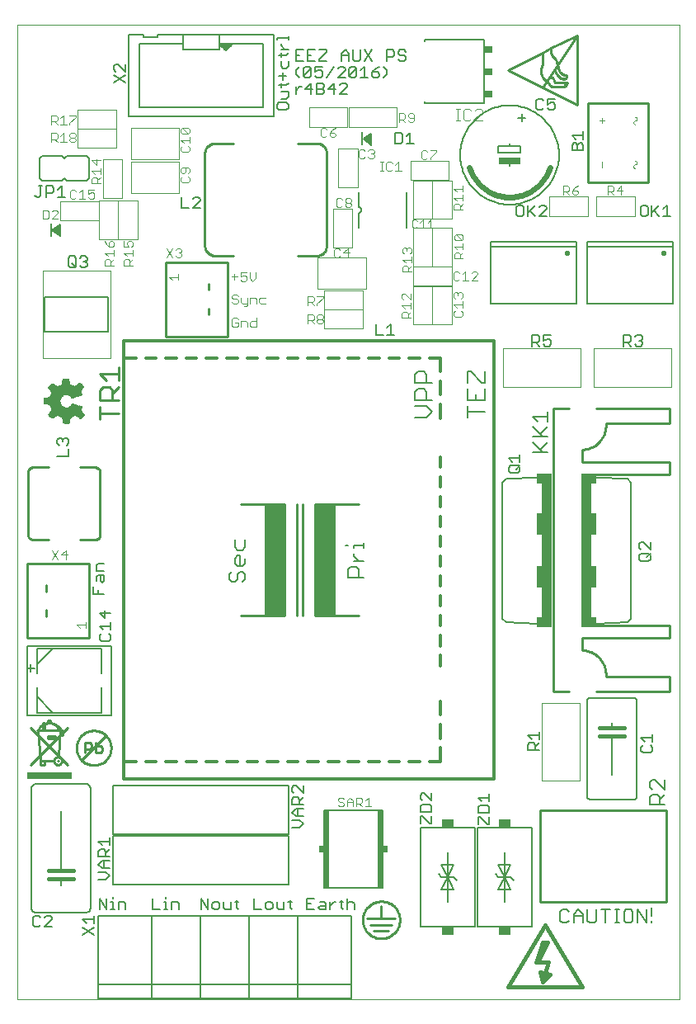
<source format=gto>
G75*
G70*
%OFA0B0*%
%FSLAX24Y24*%
%IPPOS*%
%LPD*%
%AMOC8*
5,1,8,0,0,1.08239X$1,22.5*
%
%ADD10C,0.0160*%
%ADD11C,0.0060*%
%ADD12C,0.0039*%
%ADD13C,0.0040*%
%ADD14R,0.0001X0.0149*%
%ADD15R,0.0001X0.0004*%
%ADD16R,0.0001X0.0010*%
%ADD17R,0.0001X0.0017*%
%ADD18R,0.0001X0.0023*%
%ADD19R,0.0001X0.0029*%
%ADD20R,0.0001X0.0034*%
%ADD21R,0.0001X0.0040*%
%ADD22R,0.0002X0.0043*%
%ADD23R,0.0001X0.0047*%
%ADD24R,0.0001X0.0050*%
%ADD25R,0.0001X0.0054*%
%ADD26R,0.0001X0.0059*%
%ADD27R,0.0001X0.0064*%
%ADD28R,0.0001X0.0015*%
%ADD29R,0.0001X0.0067*%
%ADD30R,0.0001X0.0020*%
%ADD31R,0.0001X0.0070*%
%ADD32R,0.0001X0.0024*%
%ADD33R,0.0001X0.0074*%
%ADD34R,0.0001X0.0027*%
%ADD35R,0.0001X0.0076*%
%ADD36R,0.0001X0.0030*%
%ADD37R,0.0002X0.0081*%
%ADD38R,0.0002X0.0036*%
%ADD39R,0.0001X0.0086*%
%ADD40R,0.0001X0.0044*%
%ADD41R,0.0001X0.0091*%
%ADD42R,0.0001X0.0046*%
%ADD43R,0.0001X0.0094*%
%ADD44R,0.0001X0.0096*%
%ADD45R,0.0001X0.0053*%
%ADD46R,0.0001X0.0099*%
%ADD47R,0.0001X0.0056*%
%ADD48R,0.0001X0.0104*%
%ADD49R,0.0001X0.0060*%
%ADD50R,0.0001X0.0108*%
%ADD51R,0.0001X0.0112*%
%ADD52R,0.0001X0.0117*%
%ADD53R,0.0001X0.0072*%
%ADD54R,0.0002X0.0120*%
%ADD55R,0.0002X0.0075*%
%ADD56R,0.0001X0.0123*%
%ADD57R,0.0001X0.0078*%
%ADD58R,0.0001X0.0126*%
%ADD59R,0.0001X0.0081*%
%ADD60R,0.0001X0.0131*%
%ADD61R,0.0001X0.0136*%
%ADD62R,0.0001X0.0090*%
%ADD63R,0.0001X0.0139*%
%ADD64R,0.0001X0.0144*%
%ADD65R,0.0001X0.0147*%
%ADD66R,0.0001X0.0101*%
%ADD67R,0.0001X0.0150*%
%ADD68R,0.0001X0.0102*%
%ADD69R,0.0001X0.0153*%
%ADD70R,0.0001X0.0106*%
%ADD71R,0.0002X0.0158*%
%ADD72R,0.0002X0.0109*%
%ADD73R,0.0001X0.0164*%
%ADD74R,0.0001X0.0115*%
%ADD75R,0.0001X0.0168*%
%ADD76R,0.0001X0.0120*%
%ADD77R,0.0001X0.0171*%
%ADD78R,0.0001X0.0123*%
%ADD79R,0.0001X0.0172*%
%ADD80R,0.0001X0.0125*%
%ADD81R,0.0001X0.0175*%
%ADD82R,0.0001X0.0128*%
%ADD83R,0.0001X0.0180*%
%ADD84R,0.0001X0.0132*%
%ADD85R,0.0001X0.0186*%
%ADD86R,0.0001X0.0191*%
%ADD87R,0.0001X0.0141*%
%ADD88R,0.0001X0.0194*%
%ADD89R,0.0001X0.0145*%
%ADD90R,0.0002X0.0196*%
%ADD91R,0.0002X0.0149*%
%ADD92R,0.0001X0.0199*%
%ADD93R,0.0001X0.0151*%
%ADD94R,0.0001X0.0204*%
%ADD95R,0.0001X0.0153*%
%ADD96R,0.0001X0.0207*%
%ADD97R,0.0001X0.0158*%
%ADD98R,0.0001X0.0211*%
%ADD99R,0.0001X0.0162*%
%ADD100R,0.0001X0.0216*%
%ADD101R,0.0001X0.0166*%
%ADD102R,0.0001X0.0219*%
%ADD103R,0.0001X0.0007*%
%ADD104R,0.0001X0.0169*%
%ADD105R,0.0001X0.0222*%
%ADD106R,0.0001X0.0011*%
%ADD107R,0.0001X0.0224*%
%ADD108R,0.0001X0.0014*%
%ADD109R,0.0001X0.0176*%
%ADD110R,0.0001X0.0228*%
%ADD111R,0.0001X0.0018*%
%ADD112R,0.0001X0.0179*%
%ADD113R,0.0002X0.0234*%
%ADD114R,0.0002X0.0024*%
%ADD115R,0.0002X0.0183*%
%ADD116R,0.0001X0.0239*%
%ADD117R,0.0001X0.0189*%
%ADD118R,0.0001X0.0241*%
%ADD119R,0.0001X0.0033*%
%ADD120R,0.0001X0.0012*%
%ADD121R,0.0001X0.0192*%
%ADD122R,0.0001X0.0243*%
%ADD123R,0.0001X0.0038*%
%ADD124R,0.0001X0.0246*%
%ADD125R,0.0001X0.0041*%
%ADD126R,0.0001X0.0019*%
%ADD127R,0.0001X0.0196*%
%ADD128R,0.0001X0.0250*%
%ADD129R,0.0001X0.0021*%
%ADD130R,0.0001X0.0201*%
%ADD131R,0.0001X0.0254*%
%ADD132R,0.0001X0.0048*%
%ADD133R,0.0001X0.0258*%
%ADD134R,0.0001X0.0054*%
%ADD135R,0.0001X0.0209*%
%ADD136R,0.0001X0.0263*%
%ADD137R,0.0001X0.0213*%
%ADD138R,0.0001X0.0267*%
%ADD139R,0.0001X0.0063*%
%ADD140R,0.0002X0.0270*%
%ADD141R,0.0002X0.0066*%
%ADD142R,0.0002X0.0045*%
%ADD143R,0.0002X0.0219*%
%ADD144R,0.0001X0.0271*%
%ADD145R,0.0001X0.0220*%
%ADD146R,0.0001X0.0274*%
%ADD147R,0.0001X0.0051*%
%ADD148R,0.0001X0.0223*%
%ADD149R,0.0001X0.0278*%
%ADD150R,0.0001X0.0282*%
%ADD151R,0.0001X0.0231*%
%ADD152R,0.0001X0.0288*%
%ADD153R,0.0001X0.0085*%
%ADD154R,0.0001X0.0236*%
%ADD155R,0.0001X0.0289*%
%ADD156R,0.0001X0.0087*%
%ADD157R,0.0001X0.0066*%
%ADD158R,0.0001X0.0292*%
%ADD159R,0.0001X0.0069*%
%ADD160R,0.0001X0.0297*%
%ADD161R,0.0001X0.0300*%
%ADD162R,0.0001X0.0075*%
%ADD163R,0.0002X0.0305*%
%ADD164R,0.0002X0.0101*%
%ADD165R,0.0002X0.0078*%
%ADD166R,0.0002X0.0251*%
%ADD167R,0.0001X0.0309*%
%ADD168R,0.0001X0.0105*%
%ADD169R,0.0001X0.0083*%
%ADD170R,0.0001X0.0255*%
%ADD171R,0.0001X0.0314*%
%ADD172R,0.0001X0.0110*%
%ADD173R,0.0001X0.0087*%
%ADD174R,0.0001X0.0316*%
%ADD175R,0.0001X0.0113*%
%ADD176R,0.0001X0.0262*%
%ADD177R,0.0001X0.0319*%
%ADD178R,0.0001X0.0114*%
%ADD179R,0.0001X0.0093*%
%ADD180R,0.0001X0.0266*%
%ADD181R,0.0001X0.0321*%
%ADD182R,0.0001X0.0096*%
%ADD183R,0.0001X0.0324*%
%ADD184R,0.0001X0.0270*%
%ADD185R,0.0001X0.0329*%
%ADD186R,0.0001X0.0124*%
%ADD187R,0.0001X0.0275*%
%ADD188R,0.0001X0.0333*%
%ADD189R,0.0001X0.0279*%
%ADD190R,0.0001X0.0336*%
%ADD191R,0.0001X0.0111*%
%ADD192R,0.0001X0.0284*%
%ADD193R,0.0002X0.0339*%
%ADD194R,0.0002X0.0134*%
%ADD195R,0.0002X0.0114*%
%ADD196R,0.0002X0.0286*%
%ADD197R,0.0001X0.0342*%
%ADD198R,0.0001X0.0116*%
%ADD199R,0.0001X0.0491*%
%ADD200R,0.0001X0.0492*%
%ADD201R,0.0001X0.0294*%
%ADD202R,0.0001X0.0495*%
%ADD203R,0.0001X0.0299*%
%ADD204R,0.0001X0.0496*%
%ADD205R,0.0001X0.0127*%
%ADD206R,0.0001X0.0301*%
%ADD207R,0.0001X0.0498*%
%ADD208R,0.0001X0.0304*%
%ADD209R,0.0001X0.0501*%
%ADD210R,0.0001X0.0134*%
%ADD211R,0.0001X0.0308*%
%ADD212R,0.0001X0.0135*%
%ADD213R,0.0001X0.0311*%
%ADD214R,0.0001X0.0504*%
%ADD215R,0.0001X0.0138*%
%ADD216R,0.0002X0.0504*%
%ADD217R,0.0002X0.0141*%
%ADD218R,0.0002X0.0318*%
%ADD219R,0.0001X0.0507*%
%ADD220R,0.0001X0.0323*%
%ADD221R,0.0001X0.0326*%
%ADD222R,0.0001X0.0508*%
%ADD223R,0.0001X0.0152*%
%ADD224R,0.0001X0.0330*%
%ADD225R,0.0001X0.0510*%
%ADD226R,0.0001X0.0494*%
%ADD227R,0.0001X0.0512*%
%ADD228R,0.0001X0.0500*%
%ADD229R,0.0001X0.0513*%
%ADD230R,0.0001X0.0501*%
%ADD231R,0.0002X0.0513*%
%ADD232R,0.0002X0.0501*%
%ADD233R,0.0001X0.0503*%
%ADD234R,0.0001X0.0504*%
%ADD235R,0.0001X0.0506*%
%ADD236R,0.0001X0.0513*%
%ADD237R,0.0001X0.0509*%
%ADD238R,0.0001X0.0511*%
%ADD239R,0.0001X0.0514*%
%ADD240R,0.0001X0.0516*%
%ADD241R,0.0002X0.0513*%
%ADD242R,0.0002X0.0519*%
%ADD243R,0.0001X0.0519*%
%ADD244R,0.0001X0.0520*%
%ADD245R,0.0001X0.0522*%
%ADD246R,0.0001X0.0507*%
%ADD247R,0.0002X0.0509*%
%ADD248R,0.0002X0.0520*%
%ADD249R,0.0001X0.0522*%
%ADD250R,0.0001X0.0505*%
%ADD251R,0.0001X0.0502*%
%ADD252R,0.0001X0.0521*%
%ADD253R,0.0002X0.0503*%
%ADD254R,0.0002X0.0519*%
%ADD255R,0.0001X0.0519*%
%ADD256R,0.0001X0.0499*%
%ADD257R,0.0001X0.0517*%
%ADD258R,0.0002X0.0495*%
%ADD259R,0.0002X0.0514*%
%ADD260R,0.0001X0.0515*%
%ADD261R,0.0001X0.0492*%
%ADD262R,0.0001X0.0490*%
%ADD263R,0.0002X0.0490*%
%ADD264R,0.0002X0.0511*%
%ADD265R,0.0001X0.0489*%
%ADD266R,0.0001X0.0489*%
%ADD267R,0.0001X0.0488*%
%ADD268R,0.0001X0.0485*%
%ADD269R,0.0001X0.0483*%
%ADD270R,0.0002X0.0483*%
%ADD271R,0.0002X0.0507*%
%ADD272R,0.0001X0.0483*%
%ADD273R,0.0001X0.0481*%
%ADD274R,0.0001X0.0480*%
%ADD275R,0.0002X0.0480*%
%ADD276R,0.0002X0.0501*%
%ADD277R,0.0001X0.0479*%
%ADD278R,0.0001X0.0477*%
%ADD279R,0.0001X0.0477*%
%ADD280R,0.0001X0.0475*%
%ADD281R,0.0001X0.0474*%
%ADD282R,0.0001X0.0472*%
%ADD283R,0.0002X0.0472*%
%ADD284R,0.0002X0.0498*%
%ADD285R,0.0001X0.0471*%
%ADD286R,0.0001X0.0473*%
%ADD287R,0.0001X0.0471*%
%ADD288R,0.0001X0.0470*%
%ADD289R,0.0001X0.0468*%
%ADD290R,0.0001X0.0469*%
%ADD291R,0.0002X0.0468*%
%ADD292R,0.0002X0.0491*%
%ADD293R,0.0001X0.0466*%
%ADD294R,0.0001X0.0465*%
%ADD295R,0.0001X0.0464*%
%ADD296R,0.0001X0.0462*%
%ADD297R,0.0002X0.0462*%
%ADD298R,0.0002X0.0489*%
%ADD299R,0.0001X0.0461*%
%ADD300R,0.0001X0.0460*%
%ADD301R,0.0001X0.0459*%
%ADD302R,0.0001X0.0484*%
%ADD303R,0.0001X0.0457*%
%ADD304R,0.0001X0.0459*%
%ADD305R,0.0002X0.0458*%
%ADD306R,0.0002X0.0484*%
%ADD307R,0.0001X0.0456*%
%ADD308R,0.0001X0.0455*%
%ADD309R,0.0001X0.0453*%
%ADD310R,0.0001X0.0451*%
%ADD311R,0.0001X0.0453*%
%ADD312R,0.0001X0.0450*%
%ADD313R,0.0002X0.0451*%
%ADD314R,0.0001X0.0478*%
%ADD315R,0.0001X0.0449*%
%ADD316R,0.0001X0.0476*%
%ADD317R,0.0001X0.0447*%
%ADD318R,0.0001X0.0474*%
%ADD319R,0.0002X0.0449*%
%ADD320R,0.0002X0.0476*%
%ADD321R,0.0001X0.0454*%
%ADD322R,0.0002X0.0469*%
%ADD323R,0.0001X0.0468*%
%ADD324R,0.0001X0.0467*%
%ADD325R,0.0002X0.0473*%
%ADD326R,0.0002X0.0468*%
%ADD327R,0.0002X0.0486*%
%ADD328R,0.0002X0.0474*%
%ADD329R,0.0001X0.0487*%
%ADD330R,0.0001X0.0497*%
%ADD331R,0.0001X0.0486*%
%ADD332R,0.0002X0.0500*%
%ADD333R,0.0002X0.0487*%
%ADD334R,0.0001X0.0498*%
%ADD335R,0.0002X0.0524*%
%ADD336R,0.0001X0.0524*%
%ADD337R,0.0001X0.0525*%
%ADD338R,0.0001X0.0528*%
%ADD339R,0.0001X0.0529*%
%ADD340R,0.0001X0.0533*%
%ADD341R,0.0001X0.0534*%
%ADD342R,0.0001X0.0523*%
%ADD343R,0.0001X0.0536*%
%ADD344R,0.0002X0.0537*%
%ADD345R,0.0002X0.0527*%
%ADD346R,0.0001X0.0537*%
%ADD347R,0.0001X0.0528*%
%ADD348R,0.0001X0.0539*%
%ADD349R,0.0001X0.0530*%
%ADD350R,0.0001X0.0540*%
%ADD351R,0.0001X0.0541*%
%ADD352R,0.0001X0.0531*%
%ADD353R,0.0001X0.0543*%
%ADD354R,0.0001X0.0544*%
%ADD355R,0.0002X0.0546*%
%ADD356R,0.0002X0.0536*%
%ADD357R,0.0001X0.0547*%
%ADD358R,0.0001X0.0551*%
%ADD359R,0.0001X0.0552*%
%ADD360R,0.0001X0.0554*%
%ADD361R,0.0001X0.0555*%
%ADD362R,0.0002X0.0555*%
%ADD363R,0.0002X0.0547*%
%ADD364R,0.0001X0.0549*%
%ADD365R,0.0001X0.0548*%
%ADD366R,0.0001X0.0538*%
%ADD367R,0.0001X0.0537*%
%ADD368R,0.0002X0.0533*%
%ADD369R,0.0001X0.0531*%
%ADD370R,0.0001X0.0526*%
%ADD371R,0.0001X0.0518*%
%ADD372R,0.0002X0.0498*%
%ADD373R,0.0002X0.0496*%
%ADD374R,0.0001X0.0486*%
%ADD375R,0.0002X0.0485*%
%ADD376R,0.0001X0.0482*%
%ADD377R,0.0002X0.0477*%
%ADD378R,0.0002X0.0530*%
%ADD379R,0.0002X0.0464*%
%ADD380R,0.0001X0.0561*%
%ADD381R,0.0001X0.0570*%
%ADD382R,0.0001X0.0576*%
%ADD383R,0.0001X0.0581*%
%ADD384R,0.0001X0.0585*%
%ADD385R,0.0001X0.0589*%
%ADD386R,0.0002X0.0600*%
%ADD387R,0.0001X0.0614*%
%ADD388R,0.0001X0.0623*%
%ADD389R,0.0001X0.0630*%
%ADD390R,0.0001X0.0633*%
%ADD391R,0.0001X0.0638*%
%ADD392R,0.0001X0.0645*%
%ADD393R,0.0001X0.0657*%
%ADD394R,0.0001X0.0556*%
%ADD395R,0.0001X0.0669*%
%ADD396R,0.0001X0.0674*%
%ADD397R,0.0001X0.0579*%
%ADD398R,0.0002X0.0676*%
%ADD399R,0.0002X0.0585*%
%ADD400R,0.0001X0.0678*%
%ADD401R,0.0001X0.0590*%
%ADD402R,0.0001X0.0679*%
%ADD403R,0.0001X0.0596*%
%ADD404R,0.0001X0.0681*%
%ADD405R,0.0001X0.0606*%
%ADD406R,0.0001X0.0620*%
%ADD407R,0.0001X0.0682*%
%ADD408R,0.0001X0.0633*%
%ADD409R,0.0001X0.0684*%
%ADD410R,0.0001X0.0639*%
%ADD411R,0.0001X0.0649*%
%ADD412R,0.0001X0.0684*%
%ADD413R,0.0001X0.0655*%
%ADD414R,0.0002X0.0683*%
%ADD415R,0.0002X0.0664*%
%ADD416R,0.0001X0.0683*%
%ADD417R,0.0001X0.0670*%
%ADD418R,0.0001X0.0671*%
%ADD419R,0.0001X0.0681*%
%ADD420R,0.0001X0.0672*%
%ADD421R,0.0001X0.0680*%
%ADD422R,0.0001X0.0675*%
%ADD423R,0.0001X0.0676*%
%ADD424R,0.0002X0.0680*%
%ADD425R,0.0002X0.0678*%
%ADD426R,0.0001X0.0678*%
%ADD427R,0.0002X0.0675*%
%ADD428R,0.0002X0.0672*%
%ADD429R,0.0001X0.0672*%
%ADD430R,0.0002X0.0671*%
%ADD431R,0.0002X0.0670*%
%ADD432R,0.0001X0.0669*%
%ADD433R,0.0001X0.0667*%
%ADD434R,0.0002X0.0669*%
%ADD435R,0.0002X0.0667*%
%ADD436R,0.0001X0.0668*%
%ADD437R,0.0001X0.0666*%
%ADD438R,0.0002X0.0668*%
%ADD439R,0.0002X0.0666*%
%ADD440R,0.0001X0.0666*%
%ADD441R,0.0001X0.0664*%
%ADD442R,0.0001X0.0663*%
%ADD443R,0.0002X0.0666*%
%ADD444R,0.0002X0.0663*%
%ADD445R,0.0001X0.0665*%
%ADD446R,0.0002X0.0674*%
%ADD447R,0.0001X0.0677*%
%ADD448R,0.0002X0.0678*%
%ADD449R,0.0002X0.0682*%
%ADD450R,0.0001X0.0686*%
%ADD451R,0.0002X0.0686*%
%ADD452R,0.0001X0.0687*%
%ADD453R,0.0001X0.0689*%
%ADD454R,0.0001X0.0653*%
%ADD455R,0.0001X0.0641*%
%ADD456R,0.0001X0.0626*%
%ADD457R,0.0001X0.0616*%
%ADD458R,0.0001X0.0687*%
%ADD459R,0.0001X0.0612*%
%ADD460R,0.0001X0.0688*%
%ADD461R,0.0001X0.0606*%
%ADD462R,0.0001X0.0601*%
%ADD463R,0.0002X0.0591*%
%ADD464R,0.0001X0.0567*%
%ADD465R,0.0001X0.0560*%
%ADD466R,0.0001X0.0659*%
%ADD467R,0.0001X0.0516*%
%ADD468R,0.0001X0.0639*%
%ADD469R,0.0002X0.0502*%
%ADD470R,0.0002X0.0633*%
%ADD471R,0.0001X0.0608*%
%ADD472R,0.0001X0.0582*%
%ADD473R,0.0001X0.0577*%
%ADD474R,0.0002X0.0569*%
%ADD475R,0.0001X0.0546*%
%ADD476R,0.0002X0.0486*%
%ADD477R,0.0001X0.0493*%
%ADD478R,0.0002X0.0516*%
%ADD479R,0.0001X0.0532*%
%ADD480R,0.0002X0.0534*%
%ADD481R,0.0002X0.0535*%
%ADD482R,0.0001X0.0543*%
%ADD483R,0.0001X0.0553*%
%ADD484R,0.0001X0.0559*%
%ADD485R,0.0001X0.0564*%
%ADD486R,0.0001X0.0564*%
%ADD487R,0.0001X0.0567*%
%ADD488R,0.0001X0.0569*%
%ADD489R,0.0002X0.0570*%
%ADD490R,0.0002X0.0571*%
%ADD491R,0.0001X0.0571*%
%ADD492R,0.0001X0.0573*%
%ADD493R,0.0001X0.0574*%
%ADD494R,0.0001X0.0576*%
%ADD495R,0.0001X0.0600*%
%ADD496R,0.0001X0.0611*%
%ADD497R,0.0001X0.0618*%
%ADD498R,0.0001X0.0621*%
%ADD499R,0.0001X0.1269*%
%ADD500R,0.0001X0.1267*%
%ADD501R,0.0001X0.1266*%
%ADD502R,0.0002X0.1266*%
%ADD503R,0.0001X0.1264*%
%ADD504R,0.0001X0.1261*%
%ADD505R,0.0001X0.1260*%
%ADD506R,0.0001X0.1259*%
%ADD507R,0.0001X0.1256*%
%ADD508R,0.0001X0.1254*%
%ADD509R,0.0001X0.1253*%
%ADD510R,0.0001X0.1251*%
%ADD511R,0.0002X0.1251*%
%ADD512R,0.0001X0.1248*%
%ADD513R,0.0001X0.1245*%
%ADD514R,0.0001X0.1244*%
%ADD515R,0.0001X0.1242*%
%ADD516R,0.0001X0.1239*%
%ADD517R,0.0001X0.1237*%
%ADD518R,0.0002X0.1236*%
%ADD519R,0.0001X0.1233*%
%ADD520R,0.0001X0.1230*%
%ADD521R,0.0001X0.1229*%
%ADD522R,0.0001X0.1227*%
%ADD523R,0.0001X0.1226*%
%ADD524R,0.0001X0.1224*%
%ADD525R,0.0002X0.1223*%
%ADD526R,0.0001X0.1219*%
%ADD527R,0.0001X0.1216*%
%ADD528R,0.0001X0.1215*%
%ADD529R,0.0001X0.1214*%
%ADD530R,0.0001X0.1212*%
%ADD531R,0.0001X0.1209*%
%ADD532R,0.0002X0.1207*%
%ADD533R,0.0001X0.1206*%
%ADD534R,0.0001X0.1204*%
%ADD535R,0.0001X0.1201*%
%ADD536R,0.0001X0.1200*%
%ADD537R,0.0001X0.1199*%
%ADD538R,0.0001X0.1196*%
%ADD539R,0.0001X0.1194*%
%ADD540R,0.0001X0.1193*%
%ADD541R,0.0001X0.1191*%
%ADD542R,0.0002X0.1191*%
%ADD543R,0.0001X0.1188*%
%ADD544R,0.0001X0.1185*%
%ADD545R,0.0001X0.1184*%
%ADD546R,0.0001X0.1181*%
%ADD547R,0.0001X0.1177*%
%ADD548R,0.0001X0.1176*%
%ADD549R,0.0001X0.1174*%
%ADD550R,0.0001X0.1173*%
%ADD551R,0.0002X0.1170*%
%ADD552R,0.0001X0.1170*%
%ADD553R,0.0001X0.1169*%
%ADD554R,0.0001X0.1166*%
%ADD555R,0.0001X0.1164*%
%ADD556R,0.0001X0.1163*%
%ADD557R,0.0002X0.1163*%
%ADD558R,0.0001X0.1167*%
%ADD559R,0.0001X0.1171*%
%ADD560R,0.0001X0.1179*%
%ADD561R,0.0001X0.1182*%
%ADD562R,0.0002X0.1182*%
%ADD563R,0.0001X0.1188*%
%ADD564R,0.0001X0.1190*%
%ADD565R,0.0001X0.1197*%
%ADD566R,0.0002X0.1204*%
%ADD567R,0.0001X0.1207*%
%ADD568R,0.0001X0.1210*%
%ADD569R,0.0001X0.1213*%
%ADD570R,0.0001X0.1217*%
%ADD571R,0.0001X0.1218*%
%ADD572R,0.0001X0.1220*%
%ADD573R,0.0001X0.1221*%
%ADD574R,0.0001X0.1223*%
%ADD575R,0.0002X0.1226*%
%ADD576R,0.0001X0.1236*%
%ADD577R,0.0001X0.1239*%
%ADD578R,0.0001X0.1240*%
%ADD579R,0.0001X0.1243*%
%ADD580R,0.0002X0.1248*%
%ADD581R,0.0001X0.1248*%
%ADD582R,0.0001X0.1251*%
%ADD583R,0.0001X0.1257*%
%ADD584R,0.0001X0.1263*%
%ADD585R,0.0002X0.1267*%
%ADD586R,0.0001X0.1270*%
%ADD587R,0.0001X0.1274*%
%ADD588R,0.0001X0.1275*%
%ADD589R,0.0001X0.1278*%
%ADD590R,0.0001X0.1280*%
%ADD591R,0.0001X0.1281*%
%ADD592R,0.0001X0.1284*%
%ADD593R,0.0001X0.1286*%
%ADD594R,0.0001X0.1289*%
%ADD595R,0.0002X0.1290*%
%ADD596R,0.0001X0.1291*%
%ADD597R,0.0001X0.1294*%
%ADD598R,0.0001X0.1296*%
%ADD599R,0.0001X0.1299*%
%ADD600R,0.0001X0.1300*%
%ADD601R,0.0001X0.1302*%
%ADD602R,0.0001X0.1304*%
%ADD603R,0.0001X0.1306*%
%ADD604R,0.0001X0.1308*%
%ADD605R,0.0002X0.1311*%
%ADD606R,0.0001X0.1313*%
%ADD607R,0.0001X0.1316*%
%ADD608R,0.0001X0.1317*%
%ADD609R,0.0001X0.1320*%
%ADD610R,0.0001X0.1323*%
%ADD611R,0.0001X0.1326*%
%ADD612R,0.0001X0.1329*%
%ADD613R,0.0002X0.1332*%
%ADD614R,0.0001X0.1335*%
%ADD615R,0.0001X0.1336*%
%ADD616R,0.0001X0.1340*%
%ADD617R,0.0001X0.1343*%
%ADD618R,0.0001X0.1346*%
%ADD619R,0.0001X0.1347*%
%ADD620R,0.0001X0.1350*%
%ADD621R,0.0002X0.1353*%
%ADD622R,0.0001X0.1356*%
%ADD623R,0.0001X0.1357*%
%ADD624R,0.0001X0.1360*%
%ADD625R,0.0001X0.1364*%
%ADD626R,0.0001X0.1365*%
%ADD627R,0.0001X0.1368*%
%ADD628R,0.0001X0.1369*%
%ADD629R,0.0001X0.1373*%
%ADD630R,0.0002X0.1374*%
%ADD631R,0.0001X0.1377*%
%ADD632R,0.0001X0.1379*%
%ADD633R,0.0001X0.1380*%
%ADD634R,0.0001X0.1383*%
%ADD635R,0.0001X0.1386*%
%ADD636R,0.0001X0.1387*%
%ADD637R,0.0001X0.1391*%
%ADD638R,0.0001X0.1394*%
%ADD639R,0.0002X0.1395*%
%ADD640R,0.0001X0.1398*%
%ADD641R,0.0001X0.1401*%
%ADD642R,0.0001X0.1403*%
%ADD643R,0.0001X0.1406*%
%ADD644R,0.0001X0.1407*%
%ADD645R,0.0001X0.1409*%
%ADD646R,0.0001X0.1411*%
%ADD647R,0.0001X0.1414*%
%ADD648R,0.0002X0.1416*%
%ADD649R,0.0001X0.1419*%
%ADD650R,0.0001X0.1421*%
%ADD651R,0.0001X0.1422*%
%ADD652R,0.0001X0.1424*%
%ADD653R,0.0001X0.1426*%
%ADD654R,0.0001X0.1428*%
%ADD655R,0.0002X0.1429*%
%ADD656R,0.0001X0.1429*%
%ADD657R,0.0001X0.1425*%
%ADD658R,0.0002X0.1421*%
%ADD659R,0.0001X0.1418*%
%ADD660R,0.0001X0.1416*%
%ADD661R,0.0001X0.1413*%
%ADD662R,0.0001X0.1410*%
%ADD663R,0.0001X0.1404*%
%ADD664R,0.0001X0.1401*%
%ADD665R,0.0001X0.0346*%
%ADD666R,0.0001X0.1044*%
%ADD667R,0.0002X0.0342*%
%ADD668R,0.0002X0.1040*%
%ADD669R,0.0001X0.0337*%
%ADD670R,0.0001X0.1034*%
%ADD671R,0.0001X0.0357*%
%ADD672R,0.0001X0.0660*%
%ADD673R,0.0001X0.0353*%
%ADD674R,0.0001X0.0327*%
%ADD675R,0.0001X0.0349*%
%ADD676R,0.0001X0.0321*%
%ADD677R,0.0001X0.0648*%
%ADD678R,0.0001X0.0344*%
%ADD679R,0.0001X0.0317*%
%ADD680R,0.0001X0.0339*%
%ADD681R,0.0001X0.0312*%
%ADD682R,0.0001X0.0631*%
%ADD683R,0.0001X0.0334*%
%ADD684R,0.0001X0.0309*%
%ADD685R,0.0002X0.0307*%
%ADD686R,0.0002X0.0623*%
%ADD687R,0.0002X0.0327*%
%ADD688R,0.0001X0.0618*%
%ADD689R,0.0001X0.0297*%
%ADD690R,0.0001X0.0607*%
%ADD691R,0.0001X0.0320*%
%ADD692R,0.0001X0.0293*%
%ADD693R,0.0001X0.0599*%
%ADD694R,0.0001X0.0313*%
%ADD695R,0.0001X0.0285*%
%ADD696R,0.0001X0.0584*%
%ADD697R,0.0001X0.0303*%
%ADD698R,0.0001X0.0281*%
%ADD699R,0.0002X0.0273*%
%ADD700R,0.0002X0.0563*%
%ADD701R,0.0002X0.0293*%
%ADD702R,0.0001X0.0264*%
%ADD703R,0.0001X0.0259*%
%ADD704R,0.0001X0.0256*%
%ADD705R,0.0001X0.0276*%
%ADD706R,0.0001X0.0252*%
%ADD707R,0.0001X0.0273*%
%ADD708R,0.0001X0.0248*%
%ADD709R,0.0001X0.0269*%
%ADD710R,0.0001X0.0245*%
%ADD711R,0.0001X0.0240*%
%ADD712R,0.0002X0.0237*%
%ADD713R,0.0002X0.0256*%
%ADD714R,0.0001X0.0234*%
%ADD715R,0.0001X0.0232*%
%ADD716R,0.0001X0.0251*%
%ADD717R,0.0001X0.0228*%
%ADD718R,0.0001X0.0246*%
%ADD719R,0.0001X0.0456*%
%ADD720R,0.0001X0.0219*%
%ADD721R,0.0001X0.0444*%
%ADD722R,0.0001X0.0237*%
%ADD723R,0.0001X0.0214*%
%ADD724R,0.0001X0.0436*%
%ADD725R,0.0001X0.0432*%
%ADD726R,0.0001X0.0231*%
%ADD727R,0.0001X0.0210*%
%ADD728R,0.0001X0.0426*%
%ADD729R,0.0001X0.0420*%
%ADD730R,0.0001X0.0226*%
%ADD731R,0.0002X0.0204*%
%ADD732R,0.0002X0.0409*%
%ADD733R,0.0002X0.0222*%
%ADD734R,0.0001X0.0391*%
%ADD735R,0.0001X0.0217*%
%ADD736R,0.0001X0.0376*%
%ADD737R,0.0001X0.0368*%
%ADD738R,0.0001X0.0189*%
%ADD739R,0.0001X0.0361*%
%ADD740R,0.0001X0.0206*%
%ADD741R,0.0001X0.0186*%
%ADD742R,0.0001X0.0356*%
%ADD743R,0.0001X0.0181*%
%ADD744R,0.0001X0.0345*%
%ADD745R,0.0001X0.0173*%
%ADD746R,0.0001X0.0331*%
%ADD747R,0.0001X0.0190*%
%ADD748R,0.0001X0.0168*%
%ADD749R,0.0002X0.0165*%
%ADD750R,0.0001X0.0162*%
%ADD751R,0.0001X0.0159*%
%ADD752R,0.0001X0.0177*%
%ADD753R,0.0001X0.0156*%
%ADD754R,0.0001X0.0324*%
%ADD755R,0.0001X0.0174*%
%ADD756R,0.0001X0.0167*%
%ADD757R,0.0001X0.0146*%
%ADD758R,0.0001X0.0163*%
%ADD759R,0.0001X0.0141*%
%ADD760R,0.0001X0.0140*%
%ADD761R,0.0001X0.0137*%
%ADD762R,0.0001X0.0133*%
%ADD763R,0.0002X0.0129*%
%ADD764R,0.0002X0.0321*%
%ADD765R,0.0002X0.0146*%
%ADD766R,0.0001X0.0119*%
%ADD767R,0.0001X0.0129*%
%ADD768R,0.0001X0.0111*%
%ADD769R,0.0001X0.0126*%
%ADD770R,0.0001X0.0318*%
%ADD771R,0.0001X0.0097*%
%ADD772R,0.0001X0.0315*%
%ADD773R,0.0002X0.0089*%
%ADD774R,0.0002X0.0315*%
%ADD775R,0.0002X0.0105*%
%ADD776R,0.0001X0.0079*%
%ADD777R,0.0001X0.0089*%
%ADD778R,0.0001X0.0069*%
%ADD779R,0.0001X0.0084*%
%ADD780R,0.0001X0.0057*%
%ADD781R,0.0002X0.0052*%
%ADD782R,0.0002X0.0311*%
%ADD783R,0.0002X0.0066*%
%ADD784R,0.0001X0.0061*%
%ADD785R,0.0001X0.0042*%
%ADD786R,0.0001X0.0055*%
%ADD787R,0.0001X0.0039*%
%ADD788R,0.0001X0.0052*%
%ADD789R,0.0001X0.0036*%
%ADD790R,0.0001X0.0049*%
%ADD791R,0.0001X0.0307*%
%ADD792R,0.0001X0.0045*%
%ADD793R,0.0001X0.0022*%
%ADD794R,0.0001X0.0035*%
%ADD795R,0.0002X0.0025*%
%ADD796R,0.0001X0.0306*%
%ADD797R,0.0001X0.0018*%
%ADD798R,0.0001X0.0008*%
%ADD799R,0.0002X0.0300*%
%ADD800R,0.0001X0.0296*%
%ADD801R,0.0002X0.0294*%
%ADD802R,0.0001X0.0294*%
%ADD803R,0.0001X0.0291*%
%ADD804R,0.0002X0.0291*%
%ADD805R,0.0001X0.0286*%
%ADD806R,0.0002X0.0281*%
%ADD807R,0.0001X0.0277*%
%ADD808R,0.0001X0.0276*%
%ADD809R,0.0002X0.0266*%
%ADD810R,0.0001X0.0264*%
%ADD811R,0.0001X0.0261*%
%ADD812R,0.0002X0.0259*%
%ADD813R,0.0002X0.0254*%
%ADD814R,0.0002X0.0248*%
%ADD815R,0.0002X0.0218*%
%ADD816R,0.0001X0.0157*%
%ADD817C,0.0050*%
%ADD818C,0.0100*%
%ADD819C,0.0070*%
%ADD820C,0.0090*%
%ADD821R,0.0900X0.0250*%
%ADD822C,0.0240*%
%ADD823C,0.0020*%
%ADD824R,0.0079X0.0551*%
%ADD825C,0.0030*%
%ADD826R,0.0500X0.0350*%
%ADD827R,0.0400X0.6200*%
%ADD828R,0.0200X0.0400*%
%ADD829R,0.0200X0.0850*%
%ADD830C,0.0217*%
%ADD831R,0.0197X0.3150*%
%ADD832R,0.0225X0.0300*%
%ADD833C,0.0080*%
%ADD834R,0.1800X0.0300*%
%ADD835C,0.0120*%
%ADD836R,0.0750X0.4500*%
%ADD837R,0.0327X0.0299*%
%ADD838R,0.0358X0.0299*%
D10*
X007862Y010277D02*
X008362Y010277D01*
X008862Y010277D01*
X008862Y010627D02*
X008362Y010627D01*
X007862Y010627D01*
X026422Y005927D02*
X029422Y005927D01*
X027922Y008427D01*
X026422Y005927D01*
X027799Y006220D02*
X027915Y006220D01*
X027822Y006177D02*
X028072Y006927D01*
X027572Y006927D01*
X027822Y007677D01*
X027802Y007646D02*
X027982Y007646D01*
X028022Y007727D02*
X027622Y006927D01*
X027822Y007727D01*
X028022Y007727D01*
X027902Y007488D02*
X027762Y007488D01*
X027723Y007329D02*
X027823Y007329D01*
X027744Y007171D02*
X027683Y007171D01*
X027665Y007012D02*
X027643Y007012D01*
X027722Y006527D02*
X028122Y006427D01*
X027822Y006127D01*
X027722Y006527D01*
X027759Y006378D02*
X028073Y006378D01*
X030137Y016052D02*
X030637Y016052D01*
X031137Y016052D01*
X031137Y016402D02*
X030637Y016402D01*
X030137Y016402D01*
D11*
X030637Y016402D02*
X030637Y016602D01*
X030637Y016052D02*
X030637Y014502D01*
X031537Y013502D02*
X031554Y013504D01*
X031571Y013508D01*
X031587Y013515D01*
X031601Y013525D01*
X031614Y013538D01*
X031624Y013552D01*
X031631Y013568D01*
X031635Y013585D01*
X031637Y013602D01*
X031637Y017502D01*
X031635Y017519D01*
X031631Y017536D01*
X031624Y017552D01*
X031614Y017566D01*
X031601Y017579D01*
X031587Y017589D01*
X031571Y017596D01*
X031554Y017600D01*
X031537Y017602D01*
X029737Y017602D01*
X029720Y017600D01*
X029703Y017596D01*
X029687Y017589D01*
X029673Y017579D01*
X029660Y017566D01*
X029650Y017552D01*
X029643Y017536D01*
X029639Y017519D01*
X029637Y017502D01*
X029637Y013602D01*
X029639Y013585D01*
X029643Y013568D01*
X029650Y013552D01*
X029660Y013538D01*
X029673Y013525D01*
X029687Y013515D01*
X029703Y013508D01*
X029720Y013504D01*
X029737Y013502D01*
X031537Y013502D01*
X032225Y009138D02*
X032225Y008777D01*
X032225Y008597D02*
X032225Y008507D01*
X032033Y008507D02*
X032033Y009048D01*
X031673Y009048D02*
X032033Y008507D01*
X031673Y008507D02*
X031673Y009048D01*
X031481Y008958D02*
X031391Y009048D01*
X031211Y009048D01*
X031120Y008958D01*
X031120Y008597D01*
X031211Y008507D01*
X031391Y008507D01*
X031481Y008597D01*
X031481Y008958D01*
X030932Y009048D02*
X030752Y009048D01*
X030842Y009048D02*
X030842Y008507D01*
X030752Y008507D02*
X030932Y008507D01*
X030380Y008507D02*
X030380Y009048D01*
X030200Y009048D02*
X030560Y009048D01*
X030008Y009048D02*
X030008Y008597D01*
X029917Y008507D01*
X029737Y008507D01*
X029647Y008597D01*
X029647Y009048D01*
X029455Y008867D02*
X029455Y008507D01*
X029455Y008777D02*
X029095Y008777D01*
X029095Y008867D02*
X029275Y009048D01*
X029455Y008867D01*
X029095Y008867D02*
X029095Y008507D01*
X028903Y008597D02*
X028813Y008507D01*
X028632Y008507D01*
X028542Y008597D01*
X028542Y008958D01*
X028632Y009048D01*
X028813Y009048D01*
X028903Y008958D01*
X027398Y008362D02*
X027398Y012362D01*
X025198Y012362D01*
X025198Y008362D01*
X027398Y008362D01*
X026298Y009362D02*
X026298Y011362D01*
X025923Y010487D02*
X026048Y010362D01*
X026548Y010362D01*
X026673Y010237D01*
X025092Y008362D02*
X025092Y012362D01*
X022892Y012362D01*
X022892Y008362D01*
X025092Y008362D01*
X023992Y009362D02*
X023992Y011362D01*
X023617Y010487D02*
X023742Y010362D01*
X024242Y010362D01*
X024367Y010237D01*
X020219Y009277D02*
X020219Y009057D01*
X020219Y009277D02*
X020146Y009351D01*
X019999Y009351D01*
X019926Y009277D01*
X019766Y009351D02*
X019619Y009351D01*
X019692Y009424D02*
X019692Y009131D01*
X019766Y009057D01*
X019926Y009057D02*
X019926Y009498D01*
X019455Y009351D02*
X019382Y009351D01*
X019235Y009204D01*
X019235Y009057D02*
X019235Y009351D01*
X019068Y009277D02*
X019068Y009057D01*
X018848Y009057D01*
X018775Y009131D01*
X018848Y009204D01*
X019068Y009204D01*
X019068Y009277D02*
X018995Y009351D01*
X018848Y009351D01*
X018608Y009498D02*
X018314Y009498D01*
X018314Y009057D01*
X018608Y009057D01*
X018461Y009277D02*
X018314Y009277D01*
X017694Y009351D02*
X017547Y009351D01*
X017620Y009424D02*
X017620Y009131D01*
X017694Y009057D01*
X017380Y009057D02*
X017380Y009351D01*
X017087Y009351D02*
X017087Y009131D01*
X017160Y009057D01*
X017380Y009057D01*
X016920Y009131D02*
X016920Y009277D01*
X016846Y009351D01*
X016700Y009351D01*
X016626Y009277D01*
X016626Y009131D01*
X016700Y009057D01*
X016846Y009057D01*
X016920Y009131D01*
X016459Y009057D02*
X016166Y009057D01*
X016166Y009498D01*
X015545Y009351D02*
X015398Y009351D01*
X015472Y009424D02*
X015472Y009131D01*
X015545Y009057D01*
X015232Y009057D02*
X015232Y009351D01*
X015232Y009057D02*
X015011Y009057D01*
X014938Y009131D01*
X014938Y009351D01*
X014771Y009277D02*
X014698Y009351D01*
X014551Y009351D01*
X014478Y009277D01*
X014478Y009131D01*
X014551Y009057D01*
X014698Y009057D01*
X014771Y009131D01*
X014771Y009277D01*
X014311Y009057D02*
X014311Y009498D01*
X014017Y009498D02*
X014017Y009057D01*
X014311Y009057D02*
X014017Y009498D01*
X013127Y009277D02*
X013127Y009057D01*
X013127Y009277D02*
X013053Y009351D01*
X012833Y009351D01*
X012833Y009057D01*
X012673Y009057D02*
X012526Y009057D01*
X012600Y009057D02*
X012600Y009351D01*
X012526Y009351D01*
X012600Y009498D02*
X012600Y009571D01*
X012359Y009057D02*
X012066Y009057D01*
X012066Y009498D01*
X010978Y009277D02*
X010978Y009057D01*
X010978Y009277D02*
X010905Y009351D01*
X010685Y009351D01*
X010685Y009057D01*
X010524Y009057D02*
X010378Y009057D01*
X010451Y009057D02*
X010451Y009351D01*
X010378Y009351D01*
X010451Y009498D02*
X010451Y009571D01*
X010211Y009498D02*
X010211Y009057D01*
X009917Y009498D01*
X009917Y009057D01*
X009562Y009127D02*
X009562Y013927D01*
X009560Y013953D01*
X009555Y013979D01*
X009547Y014004D01*
X009535Y014027D01*
X009521Y014049D01*
X009503Y014068D01*
X009484Y014086D01*
X009462Y014100D01*
X009439Y014112D01*
X009414Y014120D01*
X009388Y014125D01*
X009362Y014127D01*
X007362Y014127D01*
X007336Y014125D01*
X007310Y014120D01*
X007285Y014112D01*
X007262Y014100D01*
X007240Y014086D01*
X007221Y014068D01*
X007203Y014049D01*
X007189Y014027D01*
X007177Y014004D01*
X007169Y013979D01*
X007164Y013953D01*
X007162Y013927D01*
X007162Y009127D01*
X007164Y009101D01*
X007169Y009075D01*
X007177Y009050D01*
X007189Y009027D01*
X007203Y009005D01*
X007221Y008986D01*
X007240Y008968D01*
X007262Y008954D01*
X007285Y008942D01*
X007310Y008934D01*
X007336Y008929D01*
X007362Y008927D01*
X009362Y008927D01*
X009388Y008929D01*
X009414Y008934D01*
X009439Y008942D01*
X009462Y008954D01*
X009484Y008968D01*
X009503Y008986D01*
X009521Y009005D01*
X009535Y009027D01*
X009547Y009050D01*
X009555Y009075D01*
X009560Y009101D01*
X009562Y009127D01*
X008362Y010027D02*
X008362Y010277D01*
X008362Y010627D02*
X008362Y013027D01*
X008037Y017002D02*
X007387Y017652D01*
X007387Y017002D01*
X009987Y017002D01*
X009987Y018022D01*
X009987Y018582D02*
X009987Y019602D01*
X007387Y019602D01*
X007387Y018582D01*
X007297Y018802D02*
X006997Y018802D01*
X007147Y018952D02*
X007147Y018652D01*
X007387Y018952D02*
X008037Y019602D01*
X006987Y019702D02*
X010387Y019702D01*
X010387Y016902D01*
X006987Y016902D01*
X006987Y019702D01*
X007387Y018022D02*
X007387Y017652D01*
X008337Y036252D02*
X008012Y036502D01*
X008337Y036727D01*
X008337Y036252D01*
X008337Y036257D02*
X008331Y036257D01*
X008337Y036315D02*
X008255Y036315D01*
X008179Y036374D02*
X008337Y036374D01*
X008337Y036432D02*
X008103Y036432D01*
X008027Y036491D02*
X008337Y036491D01*
X008337Y036549D02*
X008080Y036549D01*
X008165Y036608D02*
X008337Y036608D01*
X008337Y036666D02*
X008249Y036666D01*
X008334Y036725D02*
X008337Y036725D01*
X008387Y038477D02*
X007587Y038477D01*
X007487Y038577D01*
X007487Y039377D01*
X007587Y039477D01*
X008387Y039477D01*
X008487Y039377D01*
X008587Y039477D01*
X009387Y039477D01*
X009487Y039377D01*
X009487Y038577D01*
X009387Y038477D01*
X008587Y038477D01*
X008487Y038577D01*
X008387Y038477D01*
X020382Y038012D02*
X020382Y037422D01*
X020403Y037420D01*
X020423Y037415D01*
X020442Y037406D01*
X020459Y037394D01*
X020474Y037379D01*
X020486Y037362D01*
X020495Y037343D01*
X020500Y037323D01*
X020502Y037302D01*
X020500Y037281D01*
X020495Y037261D01*
X020486Y037242D01*
X020474Y037225D01*
X020459Y037210D01*
X020442Y037198D01*
X020423Y037189D01*
X020403Y037184D01*
X020382Y037182D01*
X020382Y036592D01*
X022342Y036592D02*
X022342Y038012D01*
X020912Y039927D02*
X020587Y040177D01*
X020912Y040402D01*
X020912Y039927D01*
X020912Y039942D02*
X020893Y039942D01*
X020912Y040001D02*
X020817Y040001D01*
X020740Y040059D02*
X020912Y040059D01*
X020912Y040118D02*
X020664Y040118D01*
X020588Y040176D02*
X020912Y040176D01*
X020912Y040235D02*
X020671Y040235D01*
X020755Y040293D02*
X020912Y040293D01*
X020912Y040352D02*
X020840Y040352D01*
X025746Y036029D02*
X029189Y036029D01*
X029189Y033525D01*
X025746Y033525D01*
X025746Y035826D01*
X029149Y035826D01*
X029646Y035826D02*
X033049Y035826D01*
X033089Y036029D02*
X033089Y033525D01*
X029646Y033525D01*
X029646Y035826D01*
X029646Y036029D01*
X033089Y036029D01*
X026947Y039628D02*
X026947Y039878D01*
X026497Y039878D01*
X026047Y039878D01*
X026047Y039628D01*
X026947Y039628D01*
X024497Y039528D02*
X024499Y039626D01*
X024507Y039724D01*
X024519Y039821D01*
X024535Y039918D01*
X024557Y040014D01*
X024583Y040109D01*
X024614Y040202D01*
X024649Y040293D01*
X024689Y040383D01*
X024733Y040471D01*
X024782Y040556D01*
X024834Y040639D01*
X024891Y040719D01*
X024951Y040797D01*
X025015Y040871D01*
X025083Y040942D01*
X025154Y041010D01*
X025228Y041074D01*
X025306Y041134D01*
X025386Y041191D01*
X025469Y041243D01*
X025554Y041292D01*
X025642Y041336D01*
X025732Y041376D01*
X025823Y041411D01*
X025916Y041442D01*
X026011Y041468D01*
X026107Y041490D01*
X026204Y041506D01*
X026301Y041518D01*
X026399Y041526D01*
X026497Y041528D01*
X026595Y041526D01*
X026693Y041518D01*
X026790Y041506D01*
X026887Y041490D01*
X026983Y041468D01*
X027078Y041442D01*
X027171Y041411D01*
X027262Y041376D01*
X027352Y041336D01*
X027440Y041292D01*
X027525Y041243D01*
X027608Y041191D01*
X027688Y041134D01*
X027766Y041074D01*
X027840Y041010D01*
X027911Y040942D01*
X027979Y040871D01*
X028043Y040797D01*
X028103Y040719D01*
X028160Y040639D01*
X028212Y040556D01*
X028261Y040471D01*
X028305Y040383D01*
X028345Y040293D01*
X028380Y040202D01*
X028411Y040109D01*
X028437Y040014D01*
X028459Y039918D01*
X028475Y039821D01*
X028487Y039724D01*
X028495Y039626D01*
X028497Y039528D01*
X028495Y039430D01*
X028487Y039332D01*
X028475Y039235D01*
X028459Y039138D01*
X028437Y039042D01*
X028411Y038947D01*
X028380Y038854D01*
X028345Y038763D01*
X028305Y038673D01*
X028261Y038585D01*
X028212Y038500D01*
X028160Y038417D01*
X028103Y038337D01*
X028043Y038259D01*
X027979Y038185D01*
X027911Y038114D01*
X027840Y038046D01*
X027766Y037982D01*
X027688Y037922D01*
X027608Y037865D01*
X027525Y037813D01*
X027440Y037764D01*
X027352Y037720D01*
X027262Y037680D01*
X027171Y037645D01*
X027078Y037614D01*
X026983Y037588D01*
X026887Y037566D01*
X026790Y037550D01*
X026693Y037538D01*
X026595Y037530D01*
X026497Y037528D01*
X026399Y037530D01*
X026301Y037538D01*
X026204Y037550D01*
X026107Y037566D01*
X026011Y037588D01*
X025916Y037614D01*
X025823Y037645D01*
X025732Y037680D01*
X025642Y037720D01*
X025554Y037764D01*
X025469Y037813D01*
X025386Y037865D01*
X025306Y037922D01*
X025228Y037982D01*
X025154Y038046D01*
X025083Y038114D01*
X025015Y038185D01*
X024951Y038259D01*
X024891Y038337D01*
X024834Y038417D01*
X024782Y038500D01*
X024733Y038585D01*
X024689Y038673D01*
X024649Y038763D01*
X024614Y038854D01*
X024583Y038947D01*
X024557Y039042D01*
X024535Y039138D01*
X024519Y039235D01*
X024507Y039332D01*
X024499Y039430D01*
X024497Y039528D01*
X026497Y039278D02*
X026497Y039078D01*
X026497Y039878D02*
X026497Y039978D01*
X026997Y040878D02*
X026997Y041178D01*
X027147Y041028D02*
X026847Y041028D01*
X025746Y036029D02*
X025746Y035826D01*
X026362Y026452D02*
X027612Y026502D01*
X026362Y026452D02*
X026212Y026302D01*
X026212Y020802D01*
X026362Y020652D01*
X027612Y020602D01*
X030012Y020602D02*
X031262Y020652D01*
X031412Y020802D01*
X031412Y026302D01*
X031262Y026452D01*
X030012Y026502D01*
D12*
X033359Y005427D02*
X006588Y005427D01*
X006588Y044797D01*
X033359Y044797D01*
X033359Y005427D01*
D13*
X020902Y013207D02*
X020662Y013207D01*
X020782Y013207D02*
X020782Y013567D01*
X020662Y013447D01*
X020534Y013387D02*
X020474Y013327D01*
X020294Y013327D01*
X020294Y013207D02*
X020294Y013567D01*
X020474Y013567D01*
X020534Y013507D01*
X020534Y013387D01*
X020414Y013327D02*
X020534Y013207D01*
X020166Y013207D02*
X020166Y013447D01*
X020046Y013567D01*
X019926Y013447D01*
X019926Y013207D01*
X019797Y013267D02*
X019737Y013207D01*
X019617Y013207D01*
X019557Y013267D01*
X019617Y013387D02*
X019737Y013387D01*
X019797Y013327D01*
X019797Y013267D01*
X019926Y013387D02*
X020166Y013387D01*
X019797Y013507D02*
X019737Y013567D01*
X019617Y013567D01*
X019557Y013507D01*
X019557Y013447D01*
X019617Y013387D01*
X008556Y023197D02*
X008556Y023557D01*
X008376Y023377D01*
X008616Y023377D01*
X008247Y023197D02*
X008007Y023557D01*
X008247Y023557D02*
X008007Y023197D01*
X015335Y032578D02*
X015455Y032578D01*
X015515Y032638D01*
X015515Y032758D01*
X015395Y032758D01*
X015275Y032638D02*
X015335Y032578D01*
X015275Y032638D02*
X015275Y032879D01*
X015335Y032939D01*
X015455Y032939D01*
X015515Y032879D01*
X015643Y032818D02*
X015823Y032818D01*
X015883Y032758D01*
X015883Y032578D01*
X016011Y032638D02*
X016011Y032758D01*
X016071Y032818D01*
X016251Y032818D01*
X016251Y032939D02*
X016251Y032578D01*
X016071Y032578D01*
X016011Y032638D01*
X015643Y032578D02*
X015643Y032818D01*
X015763Y033408D02*
X015823Y033408D01*
X015883Y033468D01*
X015883Y033768D01*
X016011Y033768D02*
X016191Y033768D01*
X016251Y033708D01*
X016251Y033528D01*
X016380Y033588D02*
X016440Y033528D01*
X016620Y033528D01*
X016620Y033768D02*
X016440Y033768D01*
X016380Y033708D01*
X016380Y033588D01*
X016011Y033528D02*
X016011Y033768D01*
X015883Y033528D02*
X015703Y033528D01*
X015643Y033588D01*
X015643Y033768D01*
X015515Y033829D02*
X015455Y033889D01*
X015335Y033889D01*
X015275Y033829D01*
X015275Y033768D01*
X015335Y033708D01*
X015455Y033708D01*
X015515Y033648D01*
X015515Y033588D01*
X015455Y033528D01*
X015335Y033528D01*
X015275Y033588D01*
X015370Y034488D02*
X015370Y034729D01*
X015250Y034608D02*
X015490Y034608D01*
X015618Y034608D02*
X015738Y034668D01*
X015798Y034668D01*
X015858Y034608D01*
X015858Y034488D01*
X015798Y034428D01*
X015678Y034428D01*
X015618Y034488D01*
X015618Y034608D02*
X015618Y034789D01*
X015858Y034789D01*
X015986Y034789D02*
X015986Y034548D01*
X016106Y034428D01*
X016226Y034548D01*
X016226Y034789D01*
X018346Y033832D02*
X018526Y033832D01*
X018586Y033772D01*
X018586Y033652D01*
X018526Y033592D01*
X018346Y033592D01*
X018466Y033592D02*
X018586Y033472D01*
X018714Y033472D02*
X018714Y033532D01*
X018954Y033772D01*
X018954Y033832D01*
X018714Y033832D01*
X018346Y033832D02*
X018346Y033472D01*
X018346Y033082D02*
X018526Y033082D01*
X018586Y033022D01*
X018586Y032902D01*
X018526Y032842D01*
X018346Y032842D01*
X018466Y032842D02*
X018586Y032722D01*
X018714Y032782D02*
X018714Y032842D01*
X018774Y032902D01*
X018894Y032902D01*
X018954Y032842D01*
X018954Y032782D01*
X018894Y032722D01*
X018774Y032722D01*
X018714Y032782D01*
X018774Y032902D02*
X018714Y032962D01*
X018714Y033022D01*
X018774Y033082D01*
X018894Y033082D01*
X018954Y033022D01*
X018954Y032962D01*
X018894Y032902D01*
X018346Y032722D02*
X018346Y033082D01*
X019467Y035397D02*
X019407Y035457D01*
X019407Y035697D01*
X019467Y035757D01*
X019587Y035757D01*
X019647Y035697D01*
X019776Y035577D02*
X020016Y035577D01*
X019956Y035397D02*
X019956Y035757D01*
X019776Y035577D01*
X019647Y035457D02*
X019587Y035397D01*
X019467Y035397D01*
X019542Y037422D02*
X019662Y037422D01*
X019722Y037482D01*
X019851Y037482D02*
X019851Y037542D01*
X019911Y037602D01*
X020031Y037602D01*
X020091Y037542D01*
X020091Y037482D01*
X020031Y037422D01*
X019911Y037422D01*
X019851Y037482D01*
X019911Y037602D02*
X019851Y037662D01*
X019851Y037722D01*
X019911Y037782D01*
X020031Y037782D01*
X020091Y037722D01*
X020091Y037662D01*
X020031Y037602D01*
X019722Y037722D02*
X019662Y037782D01*
X019542Y037782D01*
X019482Y037722D01*
X019482Y037482D01*
X019542Y037422D01*
X020467Y039397D02*
X020587Y039397D01*
X020647Y039457D01*
X020776Y039457D02*
X020836Y039397D01*
X020956Y039397D01*
X021016Y039457D01*
X021016Y039517D01*
X020956Y039577D01*
X020896Y039577D01*
X020956Y039577D02*
X021016Y039637D01*
X021016Y039697D01*
X020956Y039757D01*
X020836Y039757D01*
X020776Y039697D01*
X020647Y039697D02*
X020587Y039757D01*
X020467Y039757D01*
X020407Y039697D01*
X020407Y039457D01*
X020467Y039397D01*
X019466Y040307D02*
X019466Y040367D01*
X019406Y040427D01*
X019226Y040427D01*
X019226Y040307D01*
X019286Y040247D01*
X019406Y040247D01*
X019466Y040307D01*
X019346Y040547D02*
X019226Y040427D01*
X019346Y040547D02*
X019466Y040607D01*
X019097Y040547D02*
X019037Y040607D01*
X018917Y040607D01*
X018857Y040547D01*
X018857Y040307D01*
X018917Y040247D01*
X019037Y040247D01*
X019097Y040307D01*
X021267Y039242D02*
X021387Y039242D01*
X021327Y039242D02*
X021327Y038882D01*
X021267Y038882D02*
X021387Y038882D01*
X021513Y038942D02*
X021573Y038882D01*
X021693Y038882D01*
X021753Y038942D01*
X021881Y038882D02*
X022121Y038882D01*
X022001Y038882D02*
X022001Y039242D01*
X021881Y039122D01*
X021753Y039182D02*
X021693Y039242D01*
X021573Y039242D01*
X021513Y039182D01*
X021513Y038942D01*
X022932Y039432D02*
X022992Y039372D01*
X023112Y039372D01*
X023172Y039432D01*
X023301Y039432D02*
X023301Y039372D01*
X023301Y039432D02*
X023541Y039672D01*
X023541Y039732D01*
X023301Y039732D01*
X023172Y039672D02*
X023112Y039732D01*
X022992Y039732D01*
X022932Y039672D01*
X022932Y039432D01*
X022581Y040847D02*
X022461Y040847D01*
X022401Y040907D01*
X022461Y041027D02*
X022641Y041027D01*
X022641Y040907D02*
X022641Y041147D01*
X022581Y041207D01*
X022461Y041207D01*
X022401Y041147D01*
X022401Y041087D01*
X022461Y041027D01*
X022272Y041027D02*
X022212Y040967D01*
X022032Y040967D01*
X022032Y040847D02*
X022032Y041207D01*
X022212Y041207D01*
X022272Y041147D01*
X022272Y041027D01*
X022152Y040967D02*
X022272Y040847D01*
X022581Y040847D02*
X022641Y040907D01*
X024330Y040922D02*
X024483Y040922D01*
X024406Y040922D02*
X024406Y041383D01*
X024330Y041383D02*
X024483Y041383D01*
X024636Y041306D02*
X024636Y040999D01*
X024713Y040922D01*
X024867Y040922D01*
X024943Y040999D01*
X025097Y040922D02*
X025404Y041229D01*
X025404Y041306D01*
X025327Y041383D01*
X025174Y041383D01*
X025097Y041306D01*
X024943Y041306D02*
X024867Y041383D01*
X024713Y041383D01*
X024636Y041306D01*
X025097Y040922D02*
X025404Y040922D01*
X024607Y038284D02*
X024607Y038044D01*
X024607Y038164D02*
X024247Y038164D01*
X024367Y038044D01*
X024607Y037916D02*
X024607Y037675D01*
X024607Y037796D02*
X024247Y037796D01*
X024367Y037675D01*
X024307Y037547D02*
X024427Y037547D01*
X024487Y037487D01*
X024487Y037307D01*
X024487Y037427D02*
X024607Y037547D01*
X024607Y037307D02*
X024247Y037307D01*
X024247Y037487D01*
X024307Y037547D01*
X023305Y036907D02*
X023305Y036597D01*
X023202Y036597D02*
X023409Y036597D01*
X023202Y036804D02*
X023305Y036907D01*
X022983Y036907D02*
X022983Y036597D01*
X022880Y036597D02*
X023086Y036597D01*
X022880Y036804D02*
X022983Y036907D01*
X022764Y036856D02*
X022712Y036907D01*
X022609Y036907D01*
X022557Y036856D01*
X022557Y036649D01*
X022609Y036597D01*
X022712Y036597D01*
X022764Y036649D01*
X022467Y035784D02*
X022527Y035724D01*
X022527Y035604D01*
X022467Y035544D01*
X022527Y035416D02*
X022527Y035176D01*
X022527Y035296D02*
X022167Y035296D01*
X022287Y035176D01*
X022227Y035047D02*
X022347Y035047D01*
X022407Y034987D01*
X022407Y034807D01*
X022527Y034807D02*
X022167Y034807D01*
X022167Y034987D01*
X022227Y035047D01*
X022407Y034927D02*
X022527Y035047D01*
X022227Y035544D02*
X022167Y035604D01*
X022167Y035724D01*
X022227Y035784D01*
X022287Y035784D01*
X022347Y035724D01*
X022407Y035784D01*
X022467Y035784D01*
X022347Y035724D02*
X022347Y035664D01*
X022267Y033934D02*
X022207Y033934D01*
X022147Y033874D01*
X022147Y033754D01*
X022207Y033694D01*
X022267Y033934D02*
X022507Y033694D01*
X022507Y033934D01*
X022507Y033566D02*
X022507Y033325D01*
X022507Y033446D02*
X022147Y033446D01*
X022267Y033325D01*
X022207Y033197D02*
X022327Y033197D01*
X022387Y033137D01*
X022387Y032957D01*
X022387Y033077D02*
X022507Y033197D01*
X022507Y032957D02*
X022147Y032957D01*
X022147Y033137D01*
X022207Y033197D01*
X024232Y033177D02*
X024232Y033057D01*
X024292Y032997D01*
X024532Y032997D01*
X024592Y033057D01*
X024592Y033177D01*
X024532Y033237D01*
X024592Y033365D02*
X024592Y033606D01*
X024592Y033486D02*
X024232Y033486D01*
X024352Y033365D01*
X024292Y033237D02*
X024232Y033177D01*
X024292Y033734D02*
X024232Y033794D01*
X024232Y033914D01*
X024292Y033974D01*
X024352Y033974D01*
X024412Y033914D01*
X024472Y033974D01*
X024532Y033974D01*
X024592Y033914D01*
X024592Y033794D01*
X024532Y033734D01*
X024412Y033854D02*
X024412Y033914D01*
X024402Y034472D02*
X024462Y034532D01*
X024402Y034472D02*
X024282Y034472D01*
X024222Y034532D01*
X024222Y034772D01*
X024282Y034832D01*
X024402Y034832D01*
X024462Y034772D01*
X024591Y034712D02*
X024711Y034832D01*
X024711Y034472D01*
X024591Y034472D02*
X024831Y034472D01*
X024959Y034472D02*
X025199Y034712D01*
X025199Y034772D01*
X025139Y034832D01*
X025019Y034832D01*
X024959Y034772D01*
X024959Y034472D02*
X025199Y034472D01*
X024607Y035357D02*
X024257Y035357D01*
X024257Y035532D01*
X024315Y035591D01*
X024432Y035591D01*
X024491Y035532D01*
X024491Y035357D01*
X024491Y035474D02*
X024607Y035591D01*
X024607Y035716D02*
X024607Y035950D01*
X024607Y035833D02*
X024257Y035833D01*
X024374Y035716D01*
X024315Y036075D02*
X024257Y036134D01*
X024257Y036251D01*
X024315Y036309D01*
X024549Y036075D01*
X024607Y036134D01*
X024607Y036251D01*
X024549Y036309D01*
X024315Y036309D01*
X024315Y036075D02*
X024549Y036075D01*
X028657Y037922D02*
X028657Y038282D01*
X028837Y038282D01*
X028897Y038222D01*
X028897Y038102D01*
X028837Y038042D01*
X028657Y038042D01*
X028777Y038042D02*
X028897Y037922D01*
X029026Y037982D02*
X029086Y037922D01*
X029206Y037922D01*
X029266Y037982D01*
X029266Y038042D01*
X029206Y038102D01*
X029026Y038102D01*
X029026Y037982D01*
X029026Y038102D02*
X029146Y038222D01*
X029266Y038282D01*
X030457Y038282D02*
X030457Y037922D01*
X030457Y038042D02*
X030637Y038042D01*
X030697Y038102D01*
X030697Y038222D01*
X030637Y038282D01*
X030457Y038282D01*
X030577Y038042D02*
X030697Y037922D01*
X030826Y038102D02*
X031066Y038102D01*
X031006Y037922D02*
X031006Y038282D01*
X030826Y038102D01*
X030228Y039027D02*
X030228Y039244D01*
X031576Y039289D02*
X031592Y039286D01*
X031606Y039280D01*
X031619Y039271D01*
X031630Y039259D01*
X031638Y039246D01*
X031643Y039231D01*
X031645Y039215D01*
X031643Y039199D01*
X031638Y039184D01*
X031630Y039171D01*
X031619Y039159D01*
X031606Y039150D01*
X031592Y039144D01*
X031576Y039141D01*
X031576Y039142D02*
X031560Y039139D01*
X031546Y039133D01*
X031533Y039124D01*
X031522Y039112D01*
X031514Y039099D01*
X031509Y039084D01*
X031507Y039068D01*
X031509Y039052D01*
X031514Y039037D01*
X031522Y039024D01*
X031533Y039012D01*
X031546Y039003D01*
X031560Y038997D01*
X031576Y038994D01*
X031576Y040765D02*
X031560Y040768D01*
X031546Y040774D01*
X031533Y040783D01*
X031522Y040795D01*
X031514Y040808D01*
X031509Y040823D01*
X031507Y040839D01*
X031509Y040855D01*
X031514Y040870D01*
X031522Y040883D01*
X031533Y040895D01*
X031546Y040904D01*
X031560Y040910D01*
X031576Y040913D01*
X031592Y040916D01*
X031606Y040922D01*
X031619Y040931D01*
X031630Y040943D01*
X031638Y040956D01*
X031643Y040971D01*
X031645Y040987D01*
X031643Y041003D01*
X031638Y041018D01*
X031630Y041031D01*
X031619Y041043D01*
X031606Y041052D01*
X031592Y041058D01*
X031576Y041061D01*
X030336Y040923D02*
X030129Y040923D01*
X030228Y041031D02*
X030228Y040815D01*
X013567Y040564D02*
X013567Y040444D01*
X013507Y040384D01*
X013267Y040624D01*
X013507Y040624D01*
X013567Y040564D01*
X013507Y040384D02*
X013267Y040384D01*
X013207Y040444D01*
X013207Y040564D01*
X013267Y040624D01*
X013567Y040256D02*
X013567Y040015D01*
X013567Y040136D02*
X013207Y040136D01*
X013327Y040015D01*
X013267Y039887D02*
X013207Y039827D01*
X013207Y039707D01*
X013267Y039647D01*
X013507Y039647D01*
X013567Y039707D01*
X013567Y039827D01*
X013507Y039887D01*
X013507Y039031D02*
X013267Y039031D01*
X013207Y038971D01*
X013207Y038851D01*
X013267Y038790D01*
X013327Y038790D01*
X013387Y038851D01*
X013387Y039031D01*
X013507Y039031D02*
X013567Y038971D01*
X013567Y038851D01*
X013507Y038790D01*
X013507Y038662D02*
X013567Y038602D01*
X013567Y038482D01*
X013507Y038422D01*
X013267Y038422D01*
X013207Y038482D01*
X013207Y038602D01*
X013267Y038662D01*
X013181Y035757D02*
X013061Y035757D01*
X013001Y035697D01*
X012872Y035757D02*
X012632Y035397D01*
X012872Y035397D02*
X012632Y035757D01*
X013001Y035457D02*
X013061Y035397D01*
X013181Y035397D01*
X013241Y035457D01*
X013241Y035517D01*
X013181Y035577D01*
X013121Y035577D01*
X013181Y035577D02*
X013241Y035637D01*
X013241Y035697D01*
X013181Y035757D01*
X011267Y035681D02*
X011267Y035440D01*
X011267Y035561D02*
X010907Y035561D01*
X011027Y035440D01*
X010967Y035312D02*
X011087Y035312D01*
X011147Y035252D01*
X011147Y035072D01*
X011147Y035192D02*
X011267Y035312D01*
X011267Y035072D02*
X010907Y035072D01*
X010907Y035252D01*
X010967Y035312D01*
X010492Y035312D02*
X010372Y035192D01*
X010372Y035252D02*
X010372Y035072D01*
X010492Y035072D02*
X010132Y035072D01*
X010132Y035252D01*
X010192Y035312D01*
X010312Y035312D01*
X010372Y035252D01*
X010252Y035440D02*
X010132Y035561D01*
X010492Y035561D01*
X010492Y035681D02*
X010492Y035440D01*
X010432Y035809D02*
X010312Y035809D01*
X010312Y035989D01*
X010372Y036049D01*
X010432Y036049D01*
X010492Y035989D01*
X010492Y035869D01*
X010432Y035809D01*
X010312Y035809D02*
X010192Y035929D01*
X010132Y036049D01*
X010907Y036049D02*
X010907Y035809D01*
X011087Y035809D01*
X011027Y035929D01*
X011027Y035989D01*
X011087Y036049D01*
X011207Y036049D01*
X011267Y035989D01*
X011267Y035869D01*
X011207Y035809D01*
X009649Y037772D02*
X009529Y037772D01*
X009469Y037832D01*
X009469Y037952D02*
X009589Y038012D01*
X009649Y038012D01*
X009709Y037952D01*
X009709Y037832D01*
X009649Y037772D01*
X009469Y037952D02*
X009469Y038132D01*
X009709Y038132D01*
X009607Y038392D02*
X009607Y038572D01*
X009667Y038632D01*
X009787Y038632D01*
X009847Y038572D01*
X009847Y038392D01*
X009967Y038392D02*
X009607Y038392D01*
X009847Y038512D02*
X009967Y038632D01*
X009967Y038761D02*
X009967Y039001D01*
X009967Y038881D02*
X009607Y038881D01*
X009727Y038761D01*
X009787Y039129D02*
X009607Y039309D01*
X009967Y039309D01*
X009787Y039369D02*
X009787Y039129D01*
X009221Y038132D02*
X009221Y037772D01*
X009101Y037772D02*
X009341Y037772D01*
X009101Y038012D02*
X009221Y038132D01*
X008972Y038072D02*
X008912Y038132D01*
X008792Y038132D01*
X008732Y038072D01*
X008732Y037832D01*
X008792Y037772D01*
X008912Y037772D01*
X008972Y037832D01*
X008233Y037241D02*
X008173Y037301D01*
X008053Y037301D01*
X007993Y037241D01*
X007864Y037241D02*
X007804Y037301D01*
X007624Y037301D01*
X007624Y036941D01*
X007804Y036941D01*
X007864Y037001D01*
X007864Y037241D01*
X007993Y036941D02*
X008233Y037181D01*
X008233Y037241D01*
X008233Y036941D02*
X007993Y036941D01*
X007977Y040047D02*
X007977Y040407D01*
X008157Y040407D01*
X008218Y040347D01*
X008218Y040227D01*
X008157Y040167D01*
X007977Y040167D01*
X008097Y040167D02*
X008218Y040047D01*
X008346Y040047D02*
X008586Y040047D01*
X008466Y040047D02*
X008466Y040407D01*
X008346Y040287D01*
X008714Y040287D02*
X008714Y040347D01*
X008774Y040407D01*
X008894Y040407D01*
X008954Y040347D01*
X008954Y040287D01*
X008894Y040227D01*
X008774Y040227D01*
X008714Y040287D01*
X008774Y040227D02*
X008714Y040167D01*
X008714Y040107D01*
X008774Y040047D01*
X008894Y040047D01*
X008954Y040107D01*
X008954Y040167D01*
X008894Y040227D01*
X008714Y040772D02*
X008714Y040832D01*
X008954Y041072D01*
X008954Y041132D01*
X008714Y041132D01*
X008466Y041132D02*
X008466Y040772D01*
X008346Y040772D02*
X008586Y040772D01*
X008346Y041012D02*
X008466Y041132D01*
X008218Y041072D02*
X008218Y040952D01*
X008157Y040892D01*
X007977Y040892D01*
X007977Y040772D02*
X007977Y041132D01*
X008157Y041132D01*
X008218Y041072D01*
X008097Y040892D02*
X008218Y040772D01*
D14*
X008755Y029310D03*
D15*
X009326Y029021D03*
X009239Y029842D03*
D16*
X009325Y029021D03*
D17*
X009323Y029021D03*
D18*
X009322Y029021D03*
D19*
X009320Y029021D03*
X007882Y029030D03*
D20*
X009319Y029021D03*
X009230Y029846D03*
D21*
X009229Y029848D03*
X009317Y029021D03*
D22*
X009316Y029021D03*
D23*
X009314Y029021D03*
D24*
X009313Y029021D03*
X009296Y030160D03*
D25*
X009311Y029022D03*
D26*
X009310Y029023D03*
X009229Y029324D03*
X009220Y029855D03*
D27*
X009218Y029857D03*
X009290Y030158D03*
X009308Y029023D03*
D28*
X009236Y029841D03*
X009308Y030160D03*
D29*
X009289Y030158D03*
X009224Y029321D03*
X009307Y029023D03*
D30*
X009307Y030160D03*
D31*
X009214Y029860D03*
X009223Y029320D03*
X009305Y029023D03*
D32*
X009305Y030160D03*
D33*
X009304Y029023D03*
D34*
X009232Y029844D03*
X009304Y030160D03*
D35*
X009221Y029318D03*
X009302Y029023D03*
D36*
X009239Y029334D03*
X009302Y030160D03*
X007877Y030123D03*
D37*
X009301Y029023D03*
D38*
X009301Y030160D03*
D39*
X009281Y030157D03*
X009299Y029024D03*
D40*
X009233Y029330D03*
X009227Y029849D03*
X009299Y030160D03*
D41*
X009206Y029866D03*
X009214Y029312D03*
X009298Y029024D03*
X007907Y029033D03*
D42*
X007889Y029032D03*
X009298Y030160D03*
D43*
X009278Y030157D03*
X009212Y029311D03*
X009296Y029024D03*
X007901Y030121D03*
X007690Y029563D03*
D44*
X009295Y029025D03*
D45*
X009295Y030160D03*
D46*
X009277Y030156D03*
X009202Y029868D03*
X009293Y029025D03*
X007903Y030120D03*
D47*
X009293Y030160D03*
D48*
X009292Y029026D03*
D49*
X009292Y030159D03*
X007894Y029032D03*
D50*
X007907Y030120D03*
X009199Y029871D03*
X009290Y029025D03*
D51*
X009289Y029026D03*
D52*
X009287Y029026D03*
X009203Y029304D03*
X009193Y029874D03*
X007910Y030118D03*
D53*
X007892Y030121D03*
X009287Y030157D03*
D54*
X009286Y029026D03*
D55*
X009286Y030157D03*
D56*
X009284Y029026D03*
X007919Y029035D03*
X007912Y030118D03*
D57*
X007895Y030121D03*
X009284Y030157D03*
D58*
X009283Y029026D03*
D59*
X009220Y029316D03*
X009283Y030157D03*
X007897Y030121D03*
D60*
X009187Y029879D03*
X009281Y029027D03*
D61*
X009280Y029027D03*
X009194Y029297D03*
X009260Y030154D03*
D62*
X009280Y030156D03*
X009215Y029313D03*
D63*
X009278Y029027D03*
D64*
X009277Y029028D03*
D65*
X009275Y029028D03*
X009178Y029883D03*
D66*
X009275Y030155D03*
D67*
X009274Y029028D03*
X007930Y029037D03*
X007922Y030117D03*
D68*
X007904Y030120D03*
X007910Y029034D03*
X009274Y030156D03*
D69*
X009272Y029028D03*
D70*
X009272Y030155D03*
D71*
X009271Y029029D03*
D72*
X009271Y030155D03*
D73*
X009269Y029029D03*
D74*
X009269Y030155D03*
D75*
X009268Y029029D03*
D76*
X009202Y029304D03*
X009191Y029875D03*
X009268Y030154D03*
D77*
X009266Y029029D03*
D78*
X009266Y030154D03*
D79*
X009245Y030151D03*
X009265Y029030D03*
D80*
X009265Y030154D03*
D81*
X009263Y029030D03*
D82*
X009199Y029300D03*
X009263Y030154D03*
D83*
X009262Y029029D03*
X007934Y030115D03*
D84*
X007916Y030118D03*
X009262Y030153D03*
X009197Y029299D03*
D85*
X009260Y029031D03*
D86*
X009259Y029032D03*
X007946Y029039D03*
D87*
X009259Y030153D03*
D88*
X009236Y030149D03*
X009257Y029032D03*
X007948Y029039D03*
X007693Y029581D03*
D89*
X009179Y029882D03*
X009257Y030152D03*
D90*
X009256Y029032D03*
D91*
X009256Y030152D03*
D92*
X009254Y029032D03*
X007949Y029039D03*
D93*
X009254Y030152D03*
D94*
X009232Y030148D03*
X009253Y029032D03*
X007943Y030114D03*
D95*
X007924Y030117D03*
X009253Y030151D03*
D96*
X009251Y029032D03*
X007952Y029040D03*
D97*
X009251Y030152D03*
D98*
X009250Y029033D03*
D99*
X009250Y030151D03*
D100*
X009227Y030147D03*
X009248Y029034D03*
D101*
X009248Y030151D03*
D102*
X009247Y029034D03*
D103*
X009247Y029339D03*
D104*
X009247Y030151D03*
D105*
X009245Y029034D03*
D106*
X009245Y029339D03*
D107*
X009244Y029035D03*
X007960Y029041D03*
X007697Y029582D03*
D108*
X009244Y029339D03*
D109*
X009244Y030151D03*
D110*
X009221Y030145D03*
X009242Y029035D03*
D111*
X009242Y029337D03*
D112*
X009242Y030151D03*
X007940Y029038D03*
D113*
X009241Y029035D03*
D114*
X009241Y029335D03*
D115*
X009241Y030150D03*
X007936Y030115D03*
D116*
X009217Y030145D03*
X009239Y029036D03*
D117*
X009239Y030150D03*
D118*
X009215Y030145D03*
X009238Y029036D03*
X007960Y030110D03*
D119*
X007883Y029031D03*
X009238Y029332D03*
D120*
X009238Y029841D03*
X007879Y029031D03*
D121*
X009238Y030150D03*
D122*
X009214Y030144D03*
X009236Y029037D03*
X007705Y029581D03*
D123*
X009236Y029332D03*
D124*
X009235Y029037D03*
X009212Y030144D03*
D125*
X009235Y029332D03*
D126*
X009235Y029842D03*
D127*
X009235Y030149D03*
X007940Y030115D03*
D128*
X009233Y029038D03*
D129*
X009233Y029842D03*
D130*
X009233Y030148D03*
X007942Y030114D03*
D131*
X007964Y030109D03*
X007730Y029581D03*
X007729Y029581D03*
X007727Y029581D03*
X007724Y029581D03*
X009232Y029038D03*
D132*
X009232Y029329D03*
X009224Y029850D03*
X007883Y030123D03*
D133*
X007967Y030108D03*
X007738Y029581D03*
X009208Y030142D03*
X009230Y029038D03*
D134*
X009230Y029326D03*
X009221Y029853D03*
D135*
X009230Y030148D03*
X007946Y030113D03*
D136*
X009229Y029039D03*
D137*
X009229Y030147D03*
X007948Y030112D03*
X007955Y029040D03*
D138*
X007979Y029046D03*
X007759Y029580D03*
X007757Y029580D03*
X009203Y030141D03*
X009227Y029040D03*
D139*
X009227Y029323D03*
X007895Y029032D03*
D140*
X007771Y029580D03*
X009226Y029040D03*
D141*
X009226Y029322D03*
D142*
X009226Y029850D03*
D143*
X009226Y030147D03*
D144*
X009224Y029041D03*
X007781Y029581D03*
X007780Y029581D03*
X007778Y029581D03*
X007777Y029581D03*
X007775Y029581D03*
D145*
X009224Y030146D03*
D146*
X009223Y029041D03*
X007789Y029581D03*
D147*
X009223Y029851D03*
D148*
X009223Y030146D03*
D149*
X009221Y029041D03*
X007982Y029047D03*
X007975Y030106D03*
D150*
X007805Y029580D03*
X007804Y029580D03*
X007985Y029047D03*
X009220Y029041D03*
D151*
X009220Y030145D03*
D152*
X009194Y030139D03*
X009218Y029041D03*
X007988Y029047D03*
X007826Y029580D03*
X007825Y029580D03*
X007823Y029580D03*
X007822Y029580D03*
X007820Y029580D03*
X007819Y029580D03*
X007817Y029580D03*
X007979Y030105D03*
D153*
X009218Y029314D03*
D154*
X009218Y030145D03*
D155*
X009193Y030139D03*
X009217Y029042D03*
D156*
X009217Y029313D03*
D157*
X009217Y029857D03*
X007897Y029032D03*
D158*
X009215Y029042D03*
D159*
X009215Y029859D03*
D160*
X009214Y029043D03*
D161*
X009212Y029043D03*
X007862Y029578D03*
X007859Y029578D03*
X007858Y029578D03*
X007984Y030103D03*
D162*
X007894Y030121D03*
X007900Y029032D03*
X009212Y029860D03*
D163*
X009211Y029044D03*
D164*
X009211Y029309D03*
D165*
X009211Y029862D03*
D166*
X009211Y030143D03*
D167*
X009209Y029044D03*
X007886Y029580D03*
X007885Y029580D03*
X007883Y029580D03*
D168*
X007912Y029034D03*
X009209Y029307D03*
X009200Y029869D03*
D169*
X009209Y029864D03*
X007903Y029033D03*
D170*
X007732Y029581D03*
X009209Y030142D03*
D171*
X009182Y030136D03*
X009208Y029045D03*
X007903Y029579D03*
X007901Y029579D03*
X007900Y029579D03*
X007898Y029579D03*
X007897Y029579D03*
D172*
X009208Y029306D03*
D173*
X009208Y029865D03*
X007904Y029032D03*
D174*
X007909Y029578D03*
X007910Y029578D03*
X009206Y029045D03*
D175*
X009206Y029306D03*
X007915Y029035D03*
X007909Y030119D03*
D176*
X007969Y030107D03*
X007748Y029581D03*
X007747Y029581D03*
X007745Y029581D03*
X007976Y029045D03*
X009206Y030142D03*
D177*
X009205Y029045D03*
D178*
X009205Y029305D03*
D179*
X009205Y029866D03*
D180*
X009205Y030142D03*
X007754Y029581D03*
X007753Y029581D03*
X007751Y029581D03*
D181*
X009203Y029046D03*
D182*
X009203Y029866D03*
D183*
X009202Y029046D03*
D184*
X009202Y030141D03*
X007774Y029580D03*
X007772Y029580D03*
X007769Y029580D03*
X007768Y029580D03*
D185*
X007937Y029579D03*
X009200Y029047D03*
D186*
X009200Y029302D03*
X009190Y029876D03*
D187*
X009200Y030140D03*
D188*
X009199Y029047D03*
X008008Y029052D03*
D189*
X007799Y029580D03*
X007798Y029580D03*
X009199Y030139D03*
D190*
X009197Y029047D03*
X007940Y029580D03*
D191*
X009197Y029872D03*
D192*
X009197Y030139D03*
X007978Y030106D03*
X007808Y029579D03*
X007807Y029579D03*
D193*
X009196Y029047D03*
D194*
X009196Y029299D03*
D195*
X009196Y029872D03*
D196*
X009196Y030139D03*
X007816Y029579D03*
D197*
X009194Y029047D03*
D198*
X009194Y029873D03*
X007916Y029035D03*
D199*
X008753Y029138D03*
X008780Y029162D03*
X009088Y029159D03*
X009193Y029120D03*
X009019Y029992D03*
X009022Y029993D03*
X009175Y030053D03*
D200*
X009037Y030001D03*
X009034Y030000D03*
X009032Y030000D03*
X009029Y029998D03*
X008786Y029994D03*
X008410Y029992D03*
X008408Y029991D03*
X008407Y029989D03*
X008443Y029137D03*
X008782Y029163D03*
X008783Y029164D03*
X009095Y029154D03*
X009098Y029152D03*
X009101Y029151D03*
X009191Y029119D03*
D201*
X009191Y030138D03*
D202*
X009172Y030054D03*
X009040Y030003D03*
X008900Y029950D03*
X008404Y029988D03*
X008405Y029172D03*
X008786Y029166D03*
X008788Y029167D03*
X008917Y029217D03*
X008918Y029217D03*
X009104Y029149D03*
X009190Y029119D03*
D203*
X009190Y030137D03*
X007856Y029579D03*
D204*
X008402Y029174D03*
X008404Y029173D03*
X008752Y029134D03*
X009107Y029147D03*
X009109Y029147D03*
X009188Y029119D03*
X008899Y029950D03*
X009041Y030004D03*
X009043Y030005D03*
X009170Y030055D03*
X008402Y029986D03*
D205*
X009188Y029878D03*
D206*
X009188Y030136D03*
X007993Y029050D03*
D207*
X008444Y029134D03*
X008789Y029169D03*
X009110Y029146D03*
X009113Y029145D03*
X009187Y029118D03*
X009044Y030006D03*
X009047Y030007D03*
X009049Y030007D03*
X009050Y030009D03*
D208*
X009187Y030136D03*
X007987Y030103D03*
X007871Y029579D03*
X007870Y029579D03*
X007868Y029579D03*
X007994Y029050D03*
D209*
X008398Y029176D03*
X009184Y029118D03*
X009185Y029118D03*
X009064Y030016D03*
X008795Y029986D03*
D210*
X009185Y029879D03*
D211*
X009185Y030136D03*
D212*
X009184Y029880D03*
X007918Y030118D03*
D213*
X007895Y029579D03*
X007894Y029579D03*
X007892Y029579D03*
X007889Y029579D03*
X007888Y029579D03*
X009184Y030136D03*
D214*
X009070Y030019D03*
X009068Y030018D03*
X009128Y029136D03*
X009130Y029136D03*
X009131Y029134D03*
X009182Y029118D03*
X008396Y029178D03*
X008395Y029179D03*
D215*
X009182Y029880D03*
D216*
X009181Y029118D03*
D217*
X009181Y029881D03*
D218*
X009181Y030135D03*
D219*
X009134Y029133D03*
X009178Y029118D03*
X009179Y029118D03*
D220*
X009179Y030134D03*
X007993Y030101D03*
X007927Y029578D03*
X007925Y029578D03*
X007924Y029578D03*
X007922Y029578D03*
D221*
X007933Y029578D03*
X008003Y029051D03*
X009178Y030133D03*
D222*
X009176Y029119D03*
X008801Y029179D03*
D223*
X009176Y029884D03*
D224*
X009176Y030132D03*
X007997Y030100D03*
X008006Y029052D03*
D225*
X008389Y029974D03*
X008804Y029980D03*
X008882Y029950D03*
X008884Y029950D03*
X008885Y029950D03*
X008887Y029950D03*
X009088Y030030D03*
X009089Y030030D03*
X009092Y030031D03*
X008897Y029215D03*
X008803Y029179D03*
X009140Y029130D03*
X009142Y029130D03*
X009143Y029128D03*
X009145Y029128D03*
X009173Y029118D03*
X009175Y029118D03*
D226*
X009103Y029150D03*
X009100Y029152D03*
X009097Y029153D03*
X008785Y029165D03*
X008902Y029950D03*
X008789Y029992D03*
X008788Y029993D03*
X009035Y030001D03*
X009038Y030002D03*
X009173Y030053D03*
X008414Y029999D03*
X008405Y029989D03*
X007967Y029579D03*
D227*
X009169Y029119D03*
X009170Y029119D03*
X009172Y029119D03*
D228*
X008912Y029216D03*
X008909Y029216D03*
X009052Y030010D03*
X009053Y030011D03*
X009055Y030013D03*
X009056Y030013D03*
X009169Y030055D03*
D229*
X009098Y030034D03*
X009097Y030033D03*
X009161Y029119D03*
X009163Y029119D03*
X009164Y029119D03*
X009167Y029119D03*
X008387Y029973D03*
D230*
X009058Y030013D03*
X009167Y030055D03*
X008908Y029215D03*
X008906Y029215D03*
X008792Y029172D03*
X009118Y029143D03*
X009119Y029142D03*
D231*
X009166Y029119D03*
D232*
X008896Y029950D03*
X009166Y030055D03*
D233*
X009164Y030056D03*
X008398Y029983D03*
X008396Y029981D03*
X007969Y029579D03*
X008794Y029173D03*
X008795Y029174D03*
X008797Y029174D03*
X008905Y029216D03*
X009122Y029140D03*
D234*
X009124Y029139D03*
X009125Y029137D03*
X008903Y029215D03*
X008902Y029215D03*
X008894Y029950D03*
X008893Y029950D03*
X008800Y029983D03*
X008798Y029985D03*
X009163Y030055D03*
X008395Y029980D03*
D235*
X008393Y029980D03*
X008392Y029978D03*
X008419Y030010D03*
X009074Y030022D03*
X009077Y030023D03*
X009079Y030025D03*
X009161Y030056D03*
X008798Y029176D03*
D236*
X008807Y029182D03*
X008894Y029215D03*
X009149Y029125D03*
X009154Y029122D03*
X009157Y029121D03*
X009158Y029121D03*
X009160Y029121D03*
X008879Y029950D03*
X008878Y029950D03*
X008389Y029185D03*
D237*
X008390Y029183D03*
X008447Y029126D03*
X009139Y029131D03*
X009085Y030028D03*
X009086Y030029D03*
X009083Y030028D03*
X009160Y030058D03*
X008803Y029981D03*
X008729Y030050D03*
X008390Y029977D03*
D238*
X008807Y029978D03*
X009094Y030032D03*
X009095Y030032D03*
X009157Y030058D03*
X009158Y030058D03*
X009146Y029128D03*
X009148Y029126D03*
X008804Y029180D03*
D239*
X008809Y029183D03*
X009152Y029123D03*
X009155Y029122D03*
X008876Y029951D03*
X008809Y029977D03*
X009101Y030037D03*
X009104Y030038D03*
X009107Y030040D03*
X009109Y030041D03*
X009155Y030058D03*
X008384Y029971D03*
X008383Y029969D03*
X007970Y029579D03*
X008387Y029188D03*
D240*
X008384Y029190D03*
X008891Y029215D03*
X008893Y029215D03*
X008875Y029950D03*
X009103Y030037D03*
X009110Y030042D03*
X009152Y030057D03*
X009154Y030057D03*
D241*
X008896Y029215D03*
X008806Y029181D03*
X009151Y029124D03*
X008386Y029971D03*
D242*
X009151Y030057D03*
D243*
X009149Y030057D03*
X009148Y030057D03*
X008888Y029215D03*
X008887Y029215D03*
X008810Y029185D03*
D244*
X008884Y029215D03*
X008885Y029215D03*
X008872Y029951D03*
X008728Y030056D03*
X009142Y030056D03*
X009143Y030056D03*
X009145Y030056D03*
X009146Y030056D03*
D245*
X009140Y030055D03*
X009139Y030055D03*
X009137Y030055D03*
X008870Y029950D03*
X008380Y029965D03*
X008812Y029187D03*
X008882Y029215D03*
D246*
X008899Y029215D03*
X008900Y029215D03*
X008750Y029127D03*
X008392Y029181D03*
X009137Y029131D03*
X008891Y029950D03*
X008890Y029950D03*
X008888Y029950D03*
X008801Y029982D03*
X009073Y030021D03*
X009080Y030025D03*
X009082Y030027D03*
D247*
X009136Y029132D03*
D248*
X009136Y030055D03*
D249*
X009134Y030054D03*
X009133Y030054D03*
X009131Y030052D03*
X009130Y030052D03*
X009128Y030051D03*
X009127Y030049D03*
X009124Y030048D03*
X008813Y029971D03*
X008812Y029973D03*
X008380Y029194D03*
D250*
X008393Y029180D03*
X008800Y029177D03*
X009133Y029134D03*
X009071Y030020D03*
D251*
X009067Y030017D03*
X009065Y030017D03*
X009062Y030016D03*
X008797Y029986D03*
X009127Y029137D03*
D252*
X009119Y030046D03*
X009122Y030047D03*
X009125Y030049D03*
D253*
X009121Y029141D03*
D254*
X009121Y030046D03*
D255*
X009118Y030045D03*
X009116Y030045D03*
X008420Y030018D03*
X008381Y029193D03*
X008749Y029119D03*
D256*
X008399Y029176D03*
X009112Y029146D03*
X009115Y029144D03*
X009116Y029144D03*
X009059Y030014D03*
X008794Y029987D03*
X008792Y029989D03*
X008417Y030005D03*
X008399Y029984D03*
D257*
X008381Y029968D03*
X008873Y029951D03*
X009112Y030043D03*
X009113Y030044D03*
X009115Y030044D03*
X008890Y029215D03*
D258*
X009106Y029149D03*
X008731Y030042D03*
X008416Y030001D03*
D259*
X009106Y030040D03*
D260*
X009100Y030035D03*
D261*
X008905Y029950D03*
X008903Y029950D03*
X008785Y029995D03*
X008920Y029217D03*
X009094Y029155D03*
X008408Y029170D03*
D262*
X008410Y029170D03*
X008921Y029218D03*
X009092Y029156D03*
X008908Y029950D03*
X008906Y029950D03*
X009023Y029995D03*
X009025Y029995D03*
X009026Y029996D03*
X009028Y029998D03*
X008783Y029996D03*
X008782Y029998D03*
X008413Y029996D03*
X008411Y029995D03*
D263*
X009091Y029158D03*
D264*
X008881Y029951D03*
X008806Y029980D03*
X009091Y030031D03*
D265*
X008909Y029950D03*
X008780Y029998D03*
X009089Y029158D03*
D266*
X009086Y029160D03*
X009085Y029160D03*
X009082Y029161D03*
X008779Y029161D03*
X008411Y029167D03*
X009014Y029989D03*
X009017Y029991D03*
X009020Y029992D03*
D267*
X009013Y029989D03*
X009011Y029989D03*
X009080Y029162D03*
X009083Y029161D03*
X008777Y029161D03*
X008413Y029167D03*
D268*
X008417Y029164D03*
X009079Y029164D03*
X009010Y029987D03*
D269*
X008774Y030003D03*
X009077Y029164D03*
X008419Y029163D03*
D270*
X009076Y029164D03*
D271*
X009076Y030022D03*
D272*
X009008Y029986D03*
X009005Y029985D03*
X009002Y029983D03*
X008999Y029982D03*
X008998Y029980D03*
X008915Y029949D03*
X008732Y030036D03*
X008929Y029217D03*
X008930Y029217D03*
X009070Y029167D03*
X009073Y029166D03*
X009074Y029166D03*
X008771Y029157D03*
X008756Y029143D03*
X008420Y029161D03*
X007964Y029580D03*
D273*
X008770Y029156D03*
X009065Y029171D03*
X009067Y029170D03*
X009068Y029168D03*
X009071Y029167D03*
X008918Y029948D03*
X008917Y029948D03*
X008992Y029977D03*
X008993Y029978D03*
X008995Y029978D03*
X008996Y029980D03*
D274*
X008990Y029976D03*
X008989Y029976D03*
X008771Y030004D03*
X008770Y030004D03*
X008932Y029217D03*
X008933Y029217D03*
X009058Y029175D03*
X009062Y029173D03*
X009064Y029172D03*
X008768Y029155D03*
X008765Y029154D03*
X008758Y029146D03*
X008423Y029158D03*
X008422Y029160D03*
D275*
X009061Y029173D03*
X008986Y029974D03*
D276*
X009061Y030015D03*
D277*
X008987Y029975D03*
X008920Y029948D03*
X008768Y030005D03*
X008767Y030007D03*
X008765Y030007D03*
X008935Y029218D03*
X009055Y029176D03*
X009056Y029176D03*
X009059Y029174D03*
X008767Y029155D03*
X008764Y029153D03*
X008428Y029156D03*
X008426Y029158D03*
X008425Y029158D03*
D278*
X008429Y029155D03*
X008762Y029152D03*
X008936Y029218D03*
X009053Y029176D03*
X008921Y029949D03*
X008764Y030007D03*
X007963Y029580D03*
D279*
X008981Y029973D03*
X009052Y029178D03*
D280*
X009050Y029179D03*
X008440Y029149D03*
X008734Y030032D03*
D281*
X009049Y029179D03*
D282*
X009047Y029180D03*
X009044Y029182D03*
X008438Y029150D03*
X008437Y029152D03*
X008963Y029962D03*
X008965Y029962D03*
D283*
X009046Y029182D03*
D284*
X008401Y029175D03*
X008401Y029985D03*
X009046Y030006D03*
D285*
X008962Y029961D03*
X008960Y029961D03*
X008957Y029959D03*
X008942Y029220D03*
X009043Y029182D03*
D286*
X009041Y029183D03*
X008966Y029963D03*
X008759Y030010D03*
D287*
X008758Y030010D03*
X008756Y030012D03*
X008755Y030012D03*
X008735Y030028D03*
X008927Y029949D03*
X008929Y029949D03*
X009038Y029185D03*
X009040Y029184D03*
D288*
X009037Y029186D03*
X009035Y029188D03*
X008753Y030013D03*
D289*
X008752Y030013D03*
X008932Y029949D03*
X008933Y029949D03*
X008936Y029949D03*
X008950Y029955D03*
X008954Y029958D03*
X008948Y029220D03*
X008947Y029220D03*
X008945Y029220D03*
X009028Y029191D03*
X009029Y029190D03*
X009034Y029188D03*
D290*
X009032Y029189D03*
X008944Y029219D03*
X008930Y029948D03*
X008953Y029957D03*
X008959Y029960D03*
X007961Y029581D03*
D291*
X009031Y029190D03*
D292*
X009031Y029999D03*
D293*
X008951Y029956D03*
X008948Y029954D03*
X008947Y029953D03*
X008939Y029950D03*
X008938Y029950D03*
X008935Y029948D03*
X008750Y030014D03*
X008749Y030016D03*
X009025Y029192D03*
X009026Y029192D03*
D294*
X009023Y029193D03*
X008951Y029220D03*
X008950Y029220D03*
X008747Y030016D03*
X008744Y030018D03*
X008743Y030019D03*
X008741Y030021D03*
X008740Y030022D03*
X008738Y030024D03*
D295*
X009020Y029195D03*
X009022Y029194D03*
D296*
X009019Y029196D03*
X009017Y029196D03*
X009014Y029197D03*
X008953Y029220D03*
D297*
X009016Y029197D03*
D298*
X009016Y029991D03*
D299*
X009013Y029198D03*
D300*
X009011Y029200D03*
X009010Y029201D03*
D301*
X009008Y029202D03*
X009007Y029203D03*
X009005Y029203D03*
D302*
X008927Y029218D03*
X008773Y029158D03*
X008441Y029143D03*
X009004Y029984D03*
X009007Y029986D03*
D303*
X009004Y029204D03*
D304*
X009002Y029205D03*
X008954Y029220D03*
D305*
X008956Y029221D03*
X009001Y029206D03*
D306*
X009001Y029983D03*
D307*
X008998Y029208D03*
X008999Y029206D03*
D308*
X008996Y029209D03*
D309*
X008995Y029209D03*
X008993Y029209D03*
D310*
X008992Y029210D03*
X008989Y029212D03*
X008963Y029221D03*
X008962Y029221D03*
D311*
X008960Y029221D03*
X008990Y029211D03*
D312*
X008987Y029212D03*
X008984Y029214D03*
X008983Y029215D03*
X008966Y029221D03*
X008965Y029221D03*
D313*
X008986Y029213D03*
D314*
X008759Y029149D03*
X008983Y029974D03*
X008984Y029974D03*
D315*
X008972Y029221D03*
X008969Y029221D03*
X008968Y029221D03*
X008975Y029219D03*
X008977Y029219D03*
X008980Y029218D03*
X008981Y029216D03*
D316*
X008434Y029153D03*
X008432Y029155D03*
X008762Y030008D03*
X008923Y029948D03*
X008969Y029965D03*
X008974Y029968D03*
X008977Y029969D03*
X008978Y029971D03*
X008980Y029971D03*
D317*
X008974Y029220D03*
X008978Y029218D03*
D318*
X008939Y029218D03*
X008938Y029218D03*
X008435Y029152D03*
X008924Y029949D03*
X008968Y029964D03*
X008972Y029967D03*
X008975Y029968D03*
D319*
X008971Y029221D03*
D320*
X008971Y029966D03*
D321*
X008959Y029221D03*
X008957Y029221D03*
D322*
X008956Y029959D03*
D323*
X008945Y029952D03*
D324*
X008944Y029951D03*
X008942Y029951D03*
X008737Y030026D03*
D325*
X008941Y029219D03*
D326*
X008941Y029950D03*
D327*
X008926Y029217D03*
X008776Y029160D03*
D328*
X008926Y029949D03*
X008761Y030009D03*
D329*
X008912Y029950D03*
X008923Y029218D03*
X008924Y029218D03*
D330*
X008915Y029216D03*
X008914Y029216D03*
D331*
X008774Y029158D03*
X008755Y029142D03*
X008914Y029949D03*
X008779Y030000D03*
D332*
X008911Y029216D03*
D333*
X008911Y029950D03*
X007966Y029579D03*
D334*
X008897Y029950D03*
D335*
X008881Y029215D03*
D336*
X008879Y029215D03*
X007972Y029579D03*
D337*
X008747Y029115D03*
X008813Y029188D03*
X008878Y029214D03*
X008867Y029950D03*
X008815Y029970D03*
D338*
X008377Y029962D03*
X008377Y029199D03*
X008816Y029191D03*
X008875Y029214D03*
X008876Y029214D03*
D339*
X008873Y029213D03*
X008818Y029192D03*
X008375Y029960D03*
X007973Y029579D03*
D340*
X008372Y029201D03*
X008870Y029213D03*
X008872Y029213D03*
X008855Y029951D03*
X008854Y029951D03*
X008423Y030029D03*
D341*
X008852Y029950D03*
X008869Y029214D03*
D342*
X008869Y029951D03*
D343*
X008849Y029951D03*
X008723Y030067D03*
X008867Y029213D03*
X008744Y029108D03*
X007975Y029579D03*
D344*
X008866Y029214D03*
D345*
X008866Y029951D03*
D346*
X008822Y029961D03*
X008864Y029214D03*
X008822Y029199D03*
D347*
X008863Y029950D03*
X008864Y029950D03*
D348*
X008848Y029951D03*
X008369Y029954D03*
X007976Y029579D03*
X008743Y029105D03*
X008861Y029215D03*
X008863Y029215D03*
D349*
X008375Y029200D03*
X008819Y029966D03*
X008860Y029951D03*
X008861Y029951D03*
D350*
X008846Y029952D03*
X008827Y029956D03*
X008860Y029214D03*
X008827Y029203D03*
X008825Y029202D03*
X008824Y029200D03*
X008369Y029206D03*
D351*
X008452Y029105D03*
X008857Y029215D03*
X008858Y029215D03*
X008845Y029951D03*
X008828Y029956D03*
X008426Y030035D03*
X008368Y029953D03*
D352*
X008857Y029950D03*
X008858Y029950D03*
X008374Y029200D03*
X008450Y029112D03*
D353*
X008828Y029205D03*
X008854Y029214D03*
X008855Y029214D03*
D354*
X008852Y029213D03*
X008843Y029951D03*
X008842Y029951D03*
X008830Y029954D03*
X008722Y030071D03*
X008366Y029951D03*
X007978Y029579D03*
D355*
X008851Y029214D03*
D356*
X008821Y029197D03*
X008851Y029951D03*
D357*
X008840Y029951D03*
X008839Y029951D03*
X008837Y029951D03*
X008834Y029951D03*
X008831Y029953D03*
X008848Y029213D03*
X008849Y029213D03*
D358*
X008846Y029213D03*
X008845Y029213D03*
X008831Y029210D03*
X008453Y029101D03*
X008363Y029213D03*
D359*
X007979Y029580D03*
X008362Y029944D03*
X008833Y029211D03*
X008842Y029212D03*
X008843Y029212D03*
D360*
X008840Y029213D03*
X008839Y029213D03*
X008834Y029212D03*
D361*
X008837Y029212D03*
X008455Y029097D03*
D362*
X008836Y029212D03*
D363*
X008836Y029951D03*
D364*
X008833Y029952D03*
D365*
X008363Y029947D03*
X008365Y029212D03*
X008366Y029210D03*
X008741Y029101D03*
X008830Y029207D03*
D366*
X008825Y029959D03*
D367*
X008824Y029959D03*
X008425Y030033D03*
D368*
X008821Y029963D03*
D369*
X008725Y030063D03*
X008374Y029959D03*
X008819Y029194D03*
D370*
X008815Y029191D03*
X008378Y029197D03*
X008378Y029963D03*
X008422Y030025D03*
X008726Y030061D03*
X008816Y029969D03*
X008818Y029968D03*
D371*
X008810Y029975D03*
X008383Y029191D03*
D372*
X008791Y029170D03*
D373*
X008791Y029990D03*
D374*
X008777Y030001D03*
X008414Y029166D03*
D375*
X008776Y030002D03*
D376*
X008773Y030004D03*
D377*
X008761Y029151D03*
X008431Y029155D03*
D378*
X008746Y029111D03*
D379*
X008746Y030017D03*
D380*
X008740Y029092D03*
D381*
X008738Y029086D03*
X008719Y030087D03*
D382*
X007984Y029580D03*
X008459Y029083D03*
X008737Y029082D03*
D383*
X008735Y029078D03*
X007985Y029579D03*
D384*
X008435Y030064D03*
X008734Y029076D03*
D385*
X008732Y029072D03*
X008437Y030068D03*
X007988Y029579D03*
D386*
X008731Y029067D03*
D387*
X008729Y029059D03*
X007993Y029579D03*
D388*
X008728Y029054D03*
D389*
X008726Y029050D03*
X008347Y029899D03*
X008444Y030094D03*
D390*
X008725Y029047D03*
D391*
X008723Y029045D03*
D392*
X008722Y029040D03*
X008705Y030130D03*
X008449Y030105D03*
D393*
X008005Y029578D03*
X008720Y029032D03*
D394*
X008360Y029941D03*
X008429Y030044D03*
X008720Y030079D03*
D395*
X008008Y029580D03*
X008540Y029001D03*
X008542Y029001D03*
X008543Y029001D03*
X008545Y029001D03*
X008546Y029001D03*
X008548Y029001D03*
X008557Y028999D03*
X008558Y028999D03*
X008560Y028999D03*
X008635Y028999D03*
X008636Y028999D03*
X008638Y028999D03*
X008639Y028999D03*
X008642Y028999D03*
X008644Y028999D03*
X008645Y028999D03*
X008647Y028999D03*
X008648Y028999D03*
X008719Y029026D03*
D396*
X008717Y029023D03*
X008668Y029002D03*
X008666Y029002D03*
X008665Y029002D03*
X008528Y029003D03*
X008527Y029003D03*
X008477Y029024D03*
X008518Y030155D03*
X008522Y030157D03*
X008672Y030158D03*
X008674Y030158D03*
X008693Y030152D03*
X008695Y030151D03*
D397*
X008717Y030093D03*
D398*
X008716Y029020D03*
X008521Y029005D03*
D399*
X008716Y030096D03*
D400*
X008689Y030154D03*
X008687Y030154D03*
X008684Y030156D03*
X008683Y030156D03*
X008681Y030156D03*
X008494Y030148D03*
X008455Y030126D03*
X008480Y029019D03*
X008714Y029019D03*
D401*
X008714Y030100D03*
D402*
X008713Y029017D03*
X008498Y029009D03*
D403*
X008438Y030073D03*
X008713Y030103D03*
D404*
X008711Y029016D03*
X008710Y029014D03*
X008497Y029010D03*
X008488Y029014D03*
X008483Y029016D03*
X008482Y029017D03*
D405*
X008711Y030108D03*
D406*
X008710Y030116D03*
X008441Y030086D03*
D407*
X008485Y029015D03*
X008486Y029015D03*
X008489Y029014D03*
X008492Y029012D03*
X008494Y029012D03*
X008495Y029011D03*
X008708Y029014D03*
D408*
X008708Y030123D03*
D409*
X008707Y029013D03*
X008705Y029011D03*
X008704Y029011D03*
D410*
X008707Y030127D03*
D411*
X008704Y030134D03*
D412*
X008479Y030144D03*
X008458Y030130D03*
X008702Y029010D03*
D413*
X008702Y030139D03*
D414*
X008701Y029009D03*
D415*
X008701Y030145D03*
X008581Y030164D03*
X008566Y030163D03*
D416*
X008486Y030146D03*
X008485Y030146D03*
X008482Y030145D03*
X008480Y030145D03*
X008699Y029009D03*
X008698Y029008D03*
D417*
X008699Y030148D03*
X008666Y030160D03*
X008665Y030160D03*
X008663Y030160D03*
X008659Y030161D03*
X008657Y030161D03*
X008654Y030161D03*
X008653Y030161D03*
X008651Y030161D03*
X008537Y030160D03*
X008534Y030160D03*
X008533Y030160D03*
D418*
X008530Y030158D03*
X008528Y030158D03*
X008527Y030158D03*
X008698Y030149D03*
X008657Y029000D03*
X008654Y029000D03*
X008653Y029000D03*
X008651Y029000D03*
X008650Y029000D03*
X008539Y029002D03*
X008537Y029002D03*
X008534Y029002D03*
X008533Y029002D03*
D419*
X008500Y029008D03*
X008693Y029007D03*
X008695Y029007D03*
X008696Y029007D03*
X008456Y030129D03*
X008483Y030145D03*
X008488Y030147D03*
X008489Y030147D03*
D420*
X008524Y030157D03*
X008525Y030157D03*
X008668Y030159D03*
X008669Y030159D03*
X008696Y030150D03*
X008663Y029001D03*
X008662Y029001D03*
X008660Y029001D03*
X008659Y029001D03*
X008531Y029002D03*
X008530Y029002D03*
D421*
X008503Y029008D03*
X008501Y029008D03*
X008687Y029006D03*
X008689Y029006D03*
X008690Y029006D03*
X008692Y029006D03*
X008492Y030148D03*
D422*
X008500Y030151D03*
X008501Y030151D03*
X008503Y030151D03*
X008504Y030153D03*
X008507Y030153D03*
X008509Y030153D03*
X008510Y030153D03*
X008512Y030154D03*
X008513Y030154D03*
X008515Y030154D03*
X008516Y030154D03*
X008519Y030156D03*
X008453Y030123D03*
X008675Y030157D03*
X008677Y030157D03*
X008692Y030153D03*
X008674Y029004D03*
X008669Y029002D03*
X008525Y029004D03*
X008524Y029004D03*
X008519Y029005D03*
X008479Y029022D03*
D423*
X008522Y029005D03*
X008672Y029003D03*
X008675Y029005D03*
X008677Y029005D03*
X008678Y029005D03*
X008690Y030154D03*
X008680Y030157D03*
X008678Y030157D03*
X008498Y030151D03*
X008497Y030151D03*
X008495Y030149D03*
D424*
X008491Y030148D03*
X008686Y029006D03*
D425*
X008686Y030156D03*
D426*
X008684Y029005D03*
X008683Y029005D03*
X008681Y029005D03*
X008680Y029005D03*
X008510Y029007D03*
X008509Y029007D03*
X008507Y029007D03*
X008504Y029007D03*
D427*
X008671Y029002D03*
X008506Y030153D03*
D428*
X008671Y030159D03*
X008476Y029026D03*
D429*
X008660Y030160D03*
X008662Y030160D03*
D430*
X008656Y029000D03*
X008536Y029002D03*
D431*
X008536Y030160D03*
X008656Y030161D03*
D432*
X008650Y030162D03*
X008648Y030162D03*
X008647Y030162D03*
X008645Y030162D03*
X008644Y030162D03*
X008545Y030160D03*
X008543Y030160D03*
X008542Y030160D03*
X008540Y030160D03*
X008539Y030160D03*
X008531Y030159D03*
D433*
X008546Y030161D03*
X008548Y030161D03*
X008549Y030161D03*
X008552Y030161D03*
X008554Y030161D03*
X008633Y030163D03*
X008635Y030163D03*
X008636Y030163D03*
X008638Y030163D03*
X008639Y030163D03*
X008642Y030163D03*
X008452Y030119D03*
D434*
X008641Y028999D03*
D435*
X008641Y030163D03*
X008551Y030161D03*
D436*
X008474Y029029D03*
X008549Y029000D03*
X008552Y029000D03*
X008554Y029000D03*
X008555Y029000D03*
X008561Y028999D03*
X008563Y028999D03*
X008564Y028999D03*
X008567Y028999D03*
X008569Y028999D03*
X008570Y028999D03*
X008572Y028999D03*
X008624Y028999D03*
X008627Y028999D03*
X008629Y028999D03*
X008630Y028999D03*
X008632Y028999D03*
X008633Y028999D03*
D437*
X008632Y030163D03*
X008630Y030163D03*
X008629Y030163D03*
X008627Y030163D03*
X008624Y030163D03*
X008573Y030163D03*
X008572Y030163D03*
X008570Y030163D03*
X008564Y030162D03*
X008563Y030162D03*
X008561Y030162D03*
X008560Y030162D03*
X008558Y030162D03*
X008557Y030162D03*
X008555Y030162D03*
D438*
X008551Y029000D03*
X008566Y028999D03*
X008626Y028999D03*
D439*
X008626Y030163D03*
D440*
X008623Y028998D03*
X008621Y028998D03*
X008620Y028998D03*
X008618Y028998D03*
X008617Y028998D03*
X008615Y028998D03*
X008614Y028996D03*
X008612Y028996D03*
X008609Y028996D03*
X008608Y028996D03*
X008606Y028996D03*
X008605Y028996D03*
X008582Y028998D03*
X008579Y028998D03*
X008578Y028998D03*
X008576Y028998D03*
X008575Y028998D03*
X008573Y028998D03*
D441*
X008600Y028996D03*
X008602Y028996D03*
X008603Y028996D03*
X008569Y030163D03*
X008567Y030163D03*
X008575Y030164D03*
X008576Y030164D03*
X008578Y030164D03*
X008579Y030164D03*
X008582Y030164D03*
X008584Y030164D03*
X008614Y030164D03*
X008615Y030164D03*
X008617Y030164D03*
X008618Y030164D03*
X008620Y030164D03*
X008621Y030164D03*
X008623Y030164D03*
D442*
X008612Y030165D03*
X008609Y030165D03*
X008608Y030165D03*
X008606Y030165D03*
X008605Y030165D03*
X008603Y030165D03*
X008602Y030165D03*
X008600Y030165D03*
X008599Y030165D03*
X008597Y030165D03*
X008594Y030165D03*
X008593Y030165D03*
X008591Y030165D03*
X008590Y030165D03*
X008588Y030165D03*
X008587Y030165D03*
X008585Y030165D03*
X008473Y029032D03*
X008593Y028996D03*
X008594Y028996D03*
X008597Y028996D03*
X008599Y028996D03*
D443*
X008611Y028996D03*
X008581Y028998D03*
D444*
X008596Y028996D03*
X008596Y030165D03*
X008611Y030165D03*
D445*
X008591Y028997D03*
X008590Y028997D03*
X008588Y028997D03*
X008587Y028997D03*
X008585Y028997D03*
X008584Y028997D03*
D446*
X008521Y030157D03*
D447*
X008518Y029006D03*
X008516Y029006D03*
X008515Y029006D03*
X008513Y029006D03*
X008512Y029006D03*
D448*
X008506Y029007D03*
D449*
X008491Y029014D03*
D450*
X008459Y030133D03*
X008477Y030143D03*
D451*
X008476Y030143D03*
X008461Y030134D03*
D452*
X008462Y030136D03*
X008471Y030141D03*
X008474Y030142D03*
D453*
X008473Y030142D03*
X008470Y030140D03*
X008468Y030140D03*
D454*
X008003Y029579D03*
X008471Y029038D03*
D455*
X008470Y029045D03*
X008000Y029579D03*
D456*
X007997Y029579D03*
X008443Y030091D03*
X008468Y029053D03*
D457*
X008467Y029057D03*
D458*
X008464Y030138D03*
X008467Y030139D03*
D459*
X008465Y029061D03*
D460*
X008465Y030139D03*
D461*
X008464Y029064D03*
D462*
X008462Y029068D03*
D463*
X008461Y029074D03*
D464*
X008458Y029089D03*
D465*
X008456Y029095D03*
D466*
X008450Y030113D03*
D467*
X008449Y029121D03*
D468*
X008447Y030100D03*
D469*
X008446Y029131D03*
D470*
X008446Y030097D03*
D471*
X008440Y030079D03*
D472*
X008434Y030061D03*
X008351Y029925D03*
X008351Y029235D03*
D473*
X008432Y030058D03*
D474*
X008431Y030052D03*
D475*
X008428Y030039D03*
X008365Y029949D03*
D476*
X008416Y029164D03*
D477*
X008407Y029171D03*
D478*
X008386Y029188D03*
D479*
X008372Y029959D03*
D480*
X008371Y029203D03*
D481*
X008371Y029957D03*
D482*
X008368Y029208D03*
D483*
X008362Y029216D03*
D484*
X008360Y029219D03*
D485*
X008359Y029223D03*
D486*
X008359Y029935D03*
D487*
X008357Y029226D03*
D488*
X008357Y029933D03*
D489*
X008356Y029227D03*
D490*
X008356Y029932D03*
D491*
X007982Y029579D03*
X008354Y029230D03*
D492*
X008354Y029929D03*
D493*
X008353Y029231D03*
D494*
X008353Y029928D03*
D495*
X008350Y029916D03*
X008350Y029244D03*
D496*
X008348Y029251D03*
D497*
X008348Y029905D03*
D498*
X008347Y029256D03*
D499*
X008345Y029580D03*
D500*
X008344Y029579D03*
D501*
X008342Y029580D03*
X008162Y029577D03*
D502*
X008341Y029580D03*
D503*
X008339Y029579D03*
D504*
X008338Y029579D03*
X008165Y029576D03*
D505*
X008167Y029577D03*
X008336Y029578D03*
D506*
X008335Y029579D03*
X008168Y029576D03*
D507*
X008332Y029579D03*
X008333Y029579D03*
D508*
X008330Y029580D03*
X008171Y029577D03*
D509*
X008329Y029579D03*
D510*
X008327Y029580D03*
X008324Y029580D03*
D511*
X008326Y029580D03*
D512*
X008323Y029580D03*
X008321Y029580D03*
X008320Y029580D03*
D513*
X008318Y029580D03*
X008177Y029577D03*
D514*
X008317Y029579D03*
D515*
X008315Y029580D03*
D516*
X008314Y029580D03*
D517*
X008312Y029579D03*
X008183Y029576D03*
D518*
X008311Y029580D03*
D519*
X008309Y029580D03*
X008308Y029580D03*
X008186Y029577D03*
D520*
X008188Y029577D03*
X008303Y029580D03*
X008305Y029580D03*
X008306Y029580D03*
D521*
X008302Y029579D03*
X008189Y029576D03*
D522*
X008300Y029580D03*
D523*
X008299Y029579D03*
D524*
X008297Y029580D03*
D525*
X008296Y029579D03*
D526*
X008294Y029579D03*
X008293Y029579D03*
D527*
X008291Y029579D03*
D528*
X008290Y029580D03*
D529*
X008288Y029579D03*
D530*
X008287Y029580D03*
X008285Y029580D03*
D531*
X008284Y029580D03*
X008282Y029580D03*
D532*
X008281Y029579D03*
D533*
X008279Y029580D03*
D534*
X008278Y029579D03*
X008204Y029576D03*
D535*
X008207Y029576D03*
X008276Y029579D03*
D536*
X008275Y029578D03*
X008209Y029575D03*
D537*
X008210Y029576D03*
X008273Y029579D03*
D538*
X008272Y029579D03*
X008213Y029576D03*
D539*
X008270Y029580D03*
D540*
X008269Y029579D03*
X008215Y029576D03*
D541*
X008267Y029580D03*
D542*
X008266Y029580D03*
D543*
X008264Y029580D03*
X008263Y029580D03*
D544*
X008261Y029580D03*
X008219Y029575D03*
D545*
X008260Y029579D03*
D546*
X008258Y029579D03*
D547*
X008257Y029579D03*
D548*
X008255Y029580D03*
X008227Y029575D03*
D549*
X008228Y029576D03*
X008254Y029579D03*
D550*
X008252Y029580D03*
D551*
X008251Y029580D03*
D552*
X008249Y029580D03*
D553*
X008248Y029579D03*
X008246Y029579D03*
D554*
X008245Y029579D03*
X008243Y029579D03*
X008233Y029576D03*
D555*
X008234Y029575D03*
X008239Y029577D03*
X008240Y029577D03*
X008242Y029578D03*
D556*
X008237Y029576D03*
D557*
X008236Y029576D03*
D558*
X008231Y029575D03*
D559*
X008230Y029576D03*
D560*
X008225Y029575D03*
X008224Y029575D03*
D561*
X008222Y029575D03*
D562*
X008221Y029575D03*
D563*
X008218Y029575D03*
D564*
X008216Y029576D03*
D565*
X008212Y029575D03*
D566*
X008206Y029576D03*
D567*
X008203Y029576D03*
D568*
X008201Y029576D03*
D569*
X008200Y029576D03*
D570*
X008198Y029576D03*
D571*
X008197Y029575D03*
D572*
X008195Y029576D03*
D573*
X008194Y029575D03*
D574*
X008192Y029576D03*
D575*
X008191Y029576D03*
D576*
X008185Y029577D03*
D577*
X008182Y029577D03*
D578*
X008180Y029576D03*
D579*
X008179Y029576D03*
D580*
X008176Y029577D03*
D581*
X008174Y029577D03*
D582*
X008173Y029577D03*
D583*
X008170Y029577D03*
D584*
X008164Y029577D03*
D585*
X008161Y029578D03*
D586*
X008159Y029578D03*
D587*
X008158Y029578D03*
D588*
X008156Y029577D03*
D589*
X008155Y029577D03*
D590*
X008153Y029576D03*
D591*
X008152Y029577D03*
D592*
X008150Y029577D03*
D593*
X008149Y029578D03*
D594*
X008147Y029578D03*
D595*
X008146Y029578D03*
D596*
X008144Y029578D03*
D597*
X008143Y029578D03*
D598*
X008141Y029577D03*
D599*
X008140Y029577D03*
D600*
X008138Y029578D03*
D601*
X008137Y029577D03*
D602*
X008135Y029578D03*
D603*
X008134Y029578D03*
D604*
X008132Y029578D03*
D605*
X008131Y029578D03*
D606*
X008129Y029578D03*
D607*
X008128Y029578D03*
D608*
X008126Y029577D03*
D609*
X008125Y029577D03*
X008123Y029577D03*
D610*
X008122Y029577D03*
D611*
X008120Y029578D03*
D612*
X008119Y029578D03*
X008117Y029578D03*
D613*
X008116Y029578D03*
D614*
X008114Y029578D03*
D615*
X008113Y029578D03*
D616*
X008111Y029578D03*
X008110Y029578D03*
D617*
X008108Y029578D03*
D618*
X008107Y029578D03*
D619*
X008105Y029578D03*
D620*
X008104Y029578D03*
X008102Y029578D03*
D621*
X008101Y029578D03*
D622*
X008099Y029578D03*
D623*
X008098Y029578D03*
D624*
X008096Y029578D03*
X008095Y029578D03*
D625*
X008093Y029578D03*
D626*
X008092Y029578D03*
D627*
X008090Y029578D03*
D628*
X008089Y029579D03*
D629*
X008087Y029579D03*
D630*
X008086Y029578D03*
D631*
X008084Y029578D03*
D632*
X008083Y029578D03*
D633*
X008081Y029578D03*
D634*
X008080Y029578D03*
D635*
X008078Y029578D03*
D636*
X008077Y029579D03*
D637*
X008075Y029579D03*
X008074Y029579D03*
D638*
X008072Y029579D03*
D639*
X008071Y029578D03*
D640*
X008069Y029578D03*
D641*
X008068Y029578D03*
D642*
X008066Y029579D03*
D643*
X008065Y029579D03*
X008017Y029581D03*
D644*
X008063Y029580D03*
D645*
X008062Y029579D03*
X008018Y029581D03*
D646*
X008059Y029579D03*
X008060Y029579D03*
D647*
X008057Y029579D03*
D648*
X008056Y029578D03*
D649*
X008054Y029578D03*
D650*
X008053Y029579D03*
D651*
X008051Y029578D03*
X008027Y029580D03*
D652*
X008050Y029579D03*
D653*
X008048Y029579D03*
X008030Y029581D03*
D654*
X008032Y029580D03*
X008033Y029580D03*
X008042Y029580D03*
X008044Y029580D03*
X008045Y029580D03*
X008047Y029580D03*
D655*
X008041Y029581D03*
D656*
X008039Y029581D03*
X008038Y029581D03*
X008036Y029581D03*
X008035Y029581D03*
D657*
X008029Y029580D03*
D658*
X008026Y029581D03*
D659*
X008024Y029581D03*
D660*
X008023Y029580D03*
D661*
X008021Y029580D03*
D662*
X008020Y029580D03*
D663*
X008015Y029580D03*
D664*
X008014Y029580D03*
D665*
X008003Y030098D03*
X008012Y029054D03*
D666*
X008012Y029757D03*
D667*
X008011Y029053D03*
D668*
X008011Y029758D03*
D669*
X008009Y029053D03*
D670*
X008009Y029759D03*
D671*
X008008Y030096D03*
D672*
X008006Y029578D03*
D673*
X008006Y030098D03*
D674*
X007994Y030100D03*
X007934Y029578D03*
X008005Y029052D03*
D675*
X008005Y030098D03*
D676*
X008002Y029052D03*
D677*
X008002Y029578D03*
D678*
X008002Y030098D03*
D679*
X008000Y029051D03*
D680*
X008000Y030099D03*
D681*
X007999Y029050D03*
D682*
X007999Y029579D03*
D683*
X007999Y030100D03*
D684*
X007988Y030102D03*
X007997Y029050D03*
D685*
X007996Y029050D03*
X007876Y029579D03*
D686*
X007996Y029579D03*
D687*
X007936Y029578D03*
X007996Y030100D03*
D688*
X007994Y029578D03*
D689*
X007855Y029578D03*
X007853Y029578D03*
X007852Y029578D03*
X007982Y030103D03*
X007991Y029049D03*
D690*
X007991Y029579D03*
D691*
X007919Y029578D03*
X007918Y029578D03*
X007916Y029578D03*
X007915Y029578D03*
X007913Y029578D03*
X007991Y030101D03*
D692*
X007843Y029579D03*
X007841Y029579D03*
X007840Y029579D03*
X007990Y029048D03*
D693*
X007990Y029579D03*
D694*
X007990Y030101D03*
D695*
X007813Y029580D03*
X007811Y029580D03*
X007810Y029580D03*
X007987Y029047D03*
D696*
X007987Y029579D03*
D697*
X007867Y029578D03*
X007865Y029578D03*
X007864Y029578D03*
X007985Y030103D03*
D698*
X007976Y030106D03*
X007802Y029579D03*
X007984Y029047D03*
D699*
X007981Y029046D03*
X007786Y029580D03*
D700*
X007981Y029579D03*
D701*
X007981Y030104D03*
D702*
X007978Y029046D03*
D703*
X007975Y029045D03*
X007742Y029581D03*
X007739Y029581D03*
D704*
X007736Y029581D03*
X007735Y029581D03*
X007733Y029581D03*
X007973Y029045D03*
D705*
X007973Y030106D03*
D706*
X007723Y029581D03*
X007972Y029044D03*
D707*
X007787Y029580D03*
X007784Y029580D03*
X007783Y029580D03*
X007972Y030106D03*
D708*
X007709Y029581D03*
X007970Y029044D03*
D709*
X007766Y029581D03*
X007765Y029581D03*
X007763Y029581D03*
X007762Y029581D03*
X007760Y029581D03*
X007970Y030107D03*
D710*
X007969Y029044D03*
D711*
X007967Y029043D03*
X007703Y029581D03*
D712*
X007966Y029043D03*
D713*
X007966Y030109D03*
D714*
X007957Y030111D03*
X007964Y029043D03*
D715*
X007963Y029042D03*
X007700Y029581D03*
D716*
X007712Y029581D03*
X007714Y029581D03*
X007715Y029581D03*
X007717Y029581D03*
X007718Y029581D03*
X007720Y029581D03*
X007721Y029581D03*
X007963Y030109D03*
D717*
X007954Y030111D03*
X007699Y029581D03*
X007961Y029041D03*
D718*
X007708Y029581D03*
X007706Y029581D03*
X007961Y030109D03*
D719*
X007960Y029580D03*
D720*
X007958Y029041D03*
D721*
X007958Y029580D03*
D722*
X007702Y029581D03*
X007958Y030111D03*
D723*
X007957Y029041D03*
D724*
X007957Y029579D03*
D725*
X007955Y029580D03*
D726*
X007955Y030111D03*
D727*
X007694Y029583D03*
X007954Y029040D03*
D728*
X007954Y029580D03*
D729*
X007952Y029580D03*
D730*
X007952Y030112D03*
D731*
X007951Y029040D03*
D732*
X007951Y029579D03*
D733*
X007951Y030112D03*
D734*
X007949Y029581D03*
D735*
X007949Y030113D03*
D736*
X007948Y029581D03*
D737*
X007946Y029581D03*
D738*
X007945Y029038D03*
D739*
X007945Y029581D03*
D740*
X007945Y030113D03*
D741*
X007937Y030115D03*
X007943Y029038D03*
D742*
X007943Y029581D03*
D743*
X007942Y029038D03*
D744*
X007942Y029580D03*
D745*
X007939Y029038D03*
D746*
X007939Y029579D03*
D747*
X007939Y030115D03*
D748*
X007937Y029037D03*
D749*
X007936Y029037D03*
D750*
X007934Y029037D03*
D751*
X007933Y029037D03*
X007927Y030117D03*
D752*
X007933Y030115D03*
D753*
X007925Y030117D03*
X007931Y029037D03*
D754*
X007931Y029578D03*
X007930Y029578D03*
X007928Y029578D03*
D755*
X007931Y030115D03*
D756*
X007930Y030116D03*
D757*
X007928Y029036D03*
D758*
X007928Y030116D03*
D759*
X007927Y029035D03*
D760*
X007925Y029036D03*
X007919Y030118D03*
D761*
X007924Y029036D03*
D762*
X007922Y029036D03*
D763*
X007921Y029035D03*
D764*
X007921Y029577D03*
D765*
X007921Y030118D03*
D766*
X007918Y029035D03*
D767*
X007915Y030118D03*
D768*
X007913Y029034D03*
D769*
X007913Y030118D03*
D770*
X007912Y029578D03*
D771*
X007909Y029033D03*
D772*
X007907Y029578D03*
X007904Y029578D03*
D773*
X007906Y029033D03*
D774*
X007906Y029578D03*
D775*
X007906Y030120D03*
D776*
X007901Y029033D03*
D777*
X007900Y030121D03*
D778*
X007898Y029032D03*
D779*
X007898Y030121D03*
D780*
X007892Y029032D03*
D781*
X007891Y029032D03*
D782*
X007891Y029579D03*
D783*
X007891Y030121D03*
D784*
X007889Y030122D03*
D785*
X007888Y029031D03*
D786*
X007888Y030122D03*
D787*
X007880Y030123D03*
X007886Y029031D03*
D788*
X007886Y030122D03*
D789*
X007885Y029031D03*
D790*
X007885Y030122D03*
D791*
X007882Y029579D03*
X007880Y029579D03*
X007879Y029579D03*
X007877Y029579D03*
X007874Y029579D03*
D792*
X007882Y030123D03*
D793*
X007874Y030124D03*
X007880Y029030D03*
D794*
X007879Y030124D03*
D795*
X007876Y030124D03*
D796*
X007873Y029578D03*
D797*
X007873Y030124D03*
D798*
X007871Y030127D03*
D799*
X007861Y029578D03*
D800*
X007850Y029579D03*
X007849Y029579D03*
X007847Y029579D03*
D801*
X007846Y029580D03*
D802*
X007844Y029580D03*
D803*
X007838Y029580D03*
X007837Y029580D03*
X007835Y029580D03*
X007834Y029580D03*
X007832Y029580D03*
X007829Y029580D03*
X007828Y029580D03*
D804*
X007831Y029580D03*
D805*
X007814Y029579D03*
D806*
X007801Y029579D03*
D807*
X007796Y029579D03*
D808*
X007795Y029580D03*
X007793Y029580D03*
X007792Y029580D03*
X007790Y029580D03*
D809*
X007756Y029581D03*
D810*
X007750Y029580D03*
D811*
X007744Y029581D03*
D812*
X007741Y029581D03*
D813*
X007726Y029581D03*
D814*
X007711Y029581D03*
D815*
X007696Y029582D03*
D816*
X007691Y029573D03*
D817*
X008283Y028101D02*
X008358Y028101D01*
X008433Y028026D01*
X008508Y028101D01*
X008583Y028101D01*
X008658Y028026D01*
X008658Y027875D01*
X008583Y027800D01*
X008658Y027640D02*
X008658Y027340D01*
X008208Y027340D01*
X008283Y027800D02*
X008208Y027875D01*
X008208Y028026D01*
X008283Y028101D01*
X008433Y028026D02*
X008433Y027950D01*
X009881Y023016D02*
X010106Y023016D01*
X009881Y023016D02*
X009806Y022940D01*
X009806Y022715D01*
X010106Y022715D01*
X010106Y022555D02*
X009881Y022555D01*
X009806Y022480D01*
X009806Y022330D01*
X009956Y022330D02*
X009956Y022555D01*
X010106Y022555D02*
X010106Y022330D01*
X010031Y022255D01*
X009956Y022330D01*
X009656Y022095D02*
X009656Y021794D01*
X010106Y021794D01*
X009881Y021794D02*
X009881Y021945D01*
X010147Y021108D02*
X010147Y020808D01*
X009922Y021033D01*
X010372Y021033D01*
X010372Y020648D02*
X010372Y020348D01*
X010372Y020498D02*
X009922Y020498D01*
X010072Y020348D01*
X009997Y020187D02*
X009922Y020112D01*
X009922Y019962D01*
X009997Y019887D01*
X010297Y019887D01*
X010372Y019962D01*
X010372Y020112D01*
X010297Y020187D01*
X010469Y014061D02*
X010469Y012093D01*
X017556Y012093D01*
X017556Y014061D01*
X010469Y014061D01*
X010469Y012036D02*
X017556Y012036D01*
X017556Y010068D01*
X010469Y010068D01*
X010469Y012036D01*
X010331Y011941D02*
X010331Y011640D01*
X010331Y011791D02*
X009881Y011791D01*
X010031Y011640D01*
X009956Y011480D02*
X010106Y011480D01*
X010181Y011405D01*
X010181Y011180D01*
X010181Y011330D02*
X010331Y011480D01*
X010331Y011180D02*
X009881Y011180D01*
X009881Y011405D01*
X009956Y011480D01*
X010031Y011020D02*
X010331Y011020D01*
X010106Y011020D02*
X010106Y010720D01*
X010031Y010720D02*
X010331Y010720D01*
X010181Y010560D02*
X009881Y010560D01*
X010031Y010720D02*
X009881Y010870D01*
X010031Y011020D01*
X010181Y010560D02*
X010331Y010409D01*
X010181Y010259D01*
X009881Y010259D01*
X009856Y008802D02*
X012022Y008802D01*
X012022Y005456D01*
X009856Y005456D01*
X009856Y006018D01*
X020092Y006018D01*
X020092Y005456D01*
X017927Y005456D01*
X017927Y008802D01*
X019000Y009912D02*
X021362Y009912D01*
X021362Y013062D01*
X019000Y013062D01*
X019000Y009912D01*
X020092Y008802D02*
X020092Y006018D01*
X017927Y005456D02*
X015959Y005456D01*
X015959Y008802D01*
X020092Y008802D01*
X018006Y012359D02*
X017706Y012359D01*
X018006Y012359D02*
X018156Y012509D01*
X018006Y012660D01*
X017706Y012660D01*
X017856Y012820D02*
X017706Y012970D01*
X017856Y013120D01*
X018156Y013120D01*
X018156Y013280D02*
X017706Y013280D01*
X017706Y013505D01*
X017781Y013580D01*
X017931Y013580D01*
X018006Y013505D01*
X018006Y013280D01*
X018006Y013430D02*
X018156Y013580D01*
X018156Y013740D02*
X017856Y014041D01*
X017781Y014041D01*
X017706Y013966D01*
X017706Y013815D01*
X017781Y013740D01*
X017931Y013120D02*
X017931Y012820D01*
X017856Y012820D02*
X018156Y012820D01*
X018156Y013740D02*
X018156Y014041D01*
X015959Y008802D02*
X013990Y008802D01*
X013990Y005456D01*
X012022Y005456D01*
X013990Y005456D02*
X015959Y005456D01*
X013990Y008802D02*
X012022Y008802D01*
X009856Y008802D02*
X009856Y006018D01*
X009694Y008030D02*
X009243Y008331D01*
X009393Y008491D02*
X009243Y008641D01*
X009694Y008641D01*
X009694Y008491D02*
X009694Y008791D01*
X009694Y008331D02*
X009243Y008030D01*
X007998Y008352D02*
X007698Y008352D01*
X007998Y008652D01*
X007998Y008727D01*
X007923Y008803D01*
X007773Y008803D01*
X007698Y008727D01*
X007538Y008727D02*
X007462Y008803D01*
X007312Y008803D01*
X007237Y008727D01*
X007237Y008427D01*
X007312Y008352D01*
X007462Y008352D01*
X007538Y008427D01*
X022898Y012521D02*
X022898Y012822D01*
X022973Y012822D01*
X023273Y012521D01*
X023348Y012521D01*
X023348Y012822D01*
X023348Y012982D02*
X023348Y013207D01*
X023273Y013282D01*
X022973Y013282D01*
X022898Y013207D01*
X022898Y012982D01*
X023348Y012982D01*
X023348Y013442D02*
X023048Y013742D01*
X022973Y013742D01*
X022898Y013667D01*
X022898Y013517D01*
X022973Y013442D01*
X023348Y013442D02*
X023348Y013742D01*
X025231Y013567D02*
X025381Y013417D01*
X025306Y013257D02*
X025231Y013182D01*
X025231Y012957D01*
X025681Y012957D01*
X025681Y013182D01*
X025606Y013257D01*
X025306Y013257D01*
X025231Y013567D02*
X025681Y013567D01*
X025681Y013417D02*
X025681Y013717D01*
X025681Y012797D02*
X025681Y012496D01*
X025606Y012496D01*
X025306Y012797D01*
X025231Y012797D01*
X025231Y012496D01*
X026048Y010862D02*
X026548Y010862D01*
X026298Y010362D01*
X026048Y010862D01*
X026298Y010362D02*
X026548Y009862D01*
X026048Y009862D01*
X026298Y010362D01*
X024242Y009862D02*
X023992Y010362D01*
X024242Y010862D01*
X023742Y010862D01*
X023992Y010362D01*
X023742Y009862D01*
X024242Y009862D01*
X027237Y015477D02*
X027237Y015702D01*
X027312Y015777D01*
X027462Y015777D01*
X027537Y015702D01*
X027537Y015477D01*
X027687Y015477D02*
X027237Y015477D01*
X027537Y015627D02*
X027687Y015777D01*
X027687Y015938D02*
X027687Y016238D01*
X027687Y016088D02*
X027237Y016088D01*
X027387Y015938D01*
X031812Y015988D02*
X032262Y015988D01*
X032262Y015838D02*
X032262Y016138D01*
X031962Y015838D02*
X031812Y015988D01*
X031887Y015677D02*
X031812Y015602D01*
X031812Y015452D01*
X031887Y015377D01*
X032187Y015377D01*
X032262Y015452D01*
X032262Y015602D01*
X032187Y015677D01*
X032112Y023127D02*
X031812Y023127D01*
X031737Y023202D01*
X031737Y023352D01*
X031812Y023427D01*
X032112Y023427D01*
X032187Y023352D01*
X032187Y023202D01*
X032112Y023127D01*
X032037Y023277D02*
X032187Y023427D01*
X032187Y023588D02*
X031887Y023888D01*
X031812Y023888D01*
X031737Y023813D01*
X031737Y023663D01*
X031812Y023588D01*
X032187Y023588D02*
X032187Y023888D01*
X026912Y026752D02*
X026837Y026677D01*
X026537Y026677D01*
X026462Y026752D01*
X026462Y026902D01*
X026537Y026977D01*
X026837Y026977D01*
X026912Y026902D01*
X026912Y026752D01*
X026762Y026827D02*
X026912Y026977D01*
X026912Y027138D02*
X026912Y027438D01*
X026912Y027288D02*
X026462Y027288D01*
X026612Y027138D01*
X027412Y031802D02*
X027412Y032253D01*
X027637Y032253D01*
X027713Y032177D01*
X027713Y032027D01*
X027637Y031952D01*
X027412Y031952D01*
X027562Y031952D02*
X027713Y031802D01*
X027873Y031877D02*
X027948Y031802D01*
X028098Y031802D01*
X028173Y031877D01*
X028173Y032027D01*
X028098Y032102D01*
X028023Y032102D01*
X027873Y032027D01*
X027873Y032253D01*
X028173Y032253D01*
X031112Y032253D02*
X031112Y031802D01*
X031112Y031952D02*
X031337Y031952D01*
X031413Y032027D01*
X031413Y032177D01*
X031337Y032253D01*
X031112Y032253D01*
X031262Y031952D02*
X031413Y031802D01*
X031573Y031877D02*
X031648Y031802D01*
X031798Y031802D01*
X031873Y031877D01*
X031873Y031952D01*
X031798Y032027D01*
X031723Y032027D01*
X031798Y032027D02*
X031873Y032102D01*
X031873Y032177D01*
X031798Y032253D01*
X031648Y032253D01*
X031573Y032177D01*
X031862Y037052D02*
X032012Y037052D01*
X032088Y037127D01*
X032088Y037427D01*
X032012Y037503D01*
X031862Y037503D01*
X031787Y037427D01*
X031787Y037127D01*
X031862Y037052D01*
X032248Y037052D02*
X032248Y037503D01*
X032323Y037277D02*
X032548Y037052D01*
X032708Y037052D02*
X033008Y037052D01*
X032858Y037052D02*
X032858Y037503D01*
X032708Y037352D01*
X032548Y037503D02*
X032248Y037202D01*
X029473Y039712D02*
X029473Y039937D01*
X029398Y040012D01*
X029323Y040012D01*
X029247Y039937D01*
X029247Y039712D01*
X029022Y039712D02*
X029473Y039712D01*
X029247Y039937D02*
X029172Y040012D01*
X029097Y040012D01*
X029022Y039937D01*
X029022Y039712D01*
X029172Y040172D02*
X029022Y040322D01*
X029473Y040322D01*
X029473Y040172D02*
X029473Y040473D01*
X028329Y041421D02*
X028254Y041346D01*
X028104Y041346D01*
X028029Y041421D01*
X028029Y041571D02*
X028179Y041646D01*
X028254Y041646D01*
X028329Y041571D01*
X028329Y041421D01*
X028029Y041571D02*
X028029Y041796D01*
X028329Y041796D01*
X027869Y041721D02*
X027794Y041796D01*
X027644Y041796D01*
X027569Y041721D01*
X027569Y041421D01*
X027644Y041346D01*
X027794Y041346D01*
X027869Y041421D01*
X027908Y037503D02*
X027758Y037503D01*
X027683Y037427D01*
X027523Y037503D02*
X027223Y037202D01*
X027298Y037277D02*
X027523Y037052D01*
X027683Y037052D02*
X027983Y037352D01*
X027983Y037427D01*
X027908Y037503D01*
X027983Y037052D02*
X027683Y037052D01*
X027223Y037052D02*
X027223Y037503D01*
X027063Y037427D02*
X026987Y037503D01*
X026837Y037503D01*
X026762Y037427D01*
X026762Y037127D01*
X026837Y037052D01*
X026987Y037052D01*
X027063Y037127D01*
X027063Y037427D01*
X022623Y039977D02*
X022323Y039977D01*
X022473Y039977D02*
X022473Y040428D01*
X022323Y040277D01*
X022163Y040352D02*
X022087Y040428D01*
X021862Y040428D01*
X021862Y039977D01*
X022087Y039977D01*
X022163Y040052D01*
X022163Y040352D01*
X021392Y042652D02*
X021542Y042802D01*
X021542Y042952D01*
X021392Y043103D01*
X021232Y043103D02*
X021082Y043027D01*
X020932Y042877D01*
X021157Y042877D01*
X021232Y042802D01*
X021232Y042727D01*
X021157Y042652D01*
X021007Y042652D01*
X020932Y042727D01*
X020932Y042877D01*
X020771Y042652D02*
X020471Y042652D01*
X020621Y042652D02*
X020621Y043103D01*
X020471Y042952D01*
X020311Y043027D02*
X020311Y042727D01*
X020236Y042652D01*
X020086Y042652D01*
X020011Y042727D01*
X020311Y043027D01*
X020236Y043103D01*
X020086Y043103D01*
X020011Y043027D01*
X020011Y042727D01*
X019851Y042652D02*
X019550Y042652D01*
X019851Y042952D01*
X019851Y043027D01*
X019776Y043103D01*
X019625Y043103D01*
X019550Y043027D01*
X019390Y043103D02*
X019090Y042652D01*
X018930Y042727D02*
X018855Y042652D01*
X018705Y042652D01*
X018630Y042727D01*
X018630Y042877D02*
X018780Y042952D01*
X018855Y042952D01*
X018930Y042877D01*
X018930Y042727D01*
X018932Y042428D02*
X018706Y042428D01*
X018706Y041977D01*
X018932Y041977D01*
X019007Y042052D01*
X019007Y042127D01*
X018932Y042202D01*
X018706Y042202D01*
X018546Y042202D02*
X018246Y042202D01*
X018471Y042428D01*
X018471Y041977D01*
X018932Y042202D02*
X019007Y042277D01*
X019007Y042352D01*
X018932Y042428D01*
X019167Y042202D02*
X019467Y042202D01*
X019627Y042352D02*
X019702Y042428D01*
X019852Y042428D01*
X019927Y042352D01*
X019927Y042277D01*
X019627Y041977D01*
X019927Y041977D01*
X019392Y041977D02*
X019392Y042428D01*
X019167Y042202D01*
X018630Y042877D02*
X018630Y043103D01*
X018930Y043103D01*
X018783Y043327D02*
X019083Y043327D01*
X018783Y043327D02*
X018783Y043402D01*
X019083Y043702D01*
X019083Y043778D01*
X018783Y043778D01*
X018623Y043778D02*
X018323Y043778D01*
X018323Y043327D01*
X018623Y043327D01*
X018473Y043552D02*
X018323Y043552D01*
X018163Y043327D02*
X017862Y043327D01*
X017862Y043778D01*
X018163Y043778D01*
X018012Y043552D02*
X017862Y043552D01*
X017556Y043643D02*
X017481Y043568D01*
X017181Y043568D01*
X017256Y043493D02*
X017256Y043643D01*
X017256Y043800D02*
X017556Y043800D01*
X017406Y043800D02*
X017256Y043950D01*
X017256Y044025D01*
X017106Y044184D02*
X017106Y044259D01*
X017556Y044259D01*
X017556Y044184D02*
X017556Y044334D01*
X017556Y043333D02*
X017556Y043108D01*
X017481Y043033D01*
X017331Y043033D01*
X017256Y043108D01*
X017256Y043333D01*
X017331Y042872D02*
X017331Y042572D01*
X017256Y042415D02*
X017256Y042265D01*
X017181Y042340D02*
X017481Y042340D01*
X017556Y042415D01*
X017556Y042105D02*
X017256Y042105D01*
X017256Y041805D02*
X017481Y041805D01*
X017556Y041880D01*
X017556Y042105D01*
X017862Y042127D02*
X018012Y042277D01*
X018087Y042277D01*
X017862Y042277D02*
X017862Y041977D01*
X017481Y041645D02*
X017556Y041570D01*
X017556Y041420D01*
X017481Y041344D01*
X017181Y041344D01*
X017106Y041420D01*
X017106Y041570D01*
X017181Y041645D01*
X017481Y041645D01*
X017481Y042722D02*
X017181Y042722D01*
X017862Y042802D02*
X017862Y042952D01*
X018012Y043103D01*
X018169Y043027D02*
X018169Y042727D01*
X018469Y043027D01*
X018469Y042727D01*
X018394Y042652D01*
X018244Y042652D01*
X018169Y042727D01*
X018012Y042652D02*
X017862Y042802D01*
X018169Y043027D02*
X018244Y043103D01*
X018394Y043103D01*
X018469Y043027D01*
X019704Y043327D02*
X019704Y043627D01*
X019854Y043778D01*
X020004Y043627D01*
X020004Y043327D01*
X020164Y043402D02*
X020239Y043327D01*
X020389Y043327D01*
X020464Y043402D01*
X020464Y043778D01*
X020625Y043778D02*
X020925Y043327D01*
X020625Y043327D02*
X020925Y043778D01*
X021545Y043778D02*
X021545Y043327D01*
X021545Y043477D02*
X021771Y043477D01*
X021846Y043552D01*
X021846Y043702D01*
X021771Y043778D01*
X021545Y043778D01*
X022006Y043702D02*
X022006Y043627D01*
X022081Y043552D01*
X022231Y043552D01*
X022306Y043477D01*
X022306Y043402D01*
X022231Y043327D01*
X022081Y043327D01*
X022006Y043402D01*
X022006Y043702D02*
X022081Y043778D01*
X022231Y043778D01*
X022306Y043702D01*
X020164Y043778D02*
X020164Y043402D01*
X020004Y043552D02*
X019704Y043552D01*
X015275Y043996D02*
X014775Y043996D01*
X015025Y043746D01*
X015275Y043996D01*
X015263Y043985D02*
X014786Y043985D01*
X014835Y043936D02*
X015215Y043936D01*
X015166Y043888D02*
X014883Y043888D01*
X014932Y043839D02*
X015118Y043839D01*
X015069Y043791D02*
X014980Y043791D01*
X010957Y043200D02*
X010957Y042900D01*
X010656Y043200D01*
X010581Y043200D01*
X010506Y043125D01*
X010506Y042975D01*
X010581Y042900D01*
X010506Y042740D02*
X010957Y042440D01*
X010957Y042740D02*
X010506Y042440D01*
X008383Y038278D02*
X008383Y037827D01*
X008233Y037827D02*
X008533Y037827D01*
X008233Y038127D02*
X008383Y038278D01*
X008073Y038202D02*
X008073Y038052D01*
X007998Y037977D01*
X007773Y037977D01*
X007773Y037827D02*
X007773Y038278D01*
X007998Y038278D01*
X008073Y038202D01*
X007613Y038278D02*
X007462Y038278D01*
X007537Y038278D02*
X007537Y037902D01*
X007462Y037827D01*
X007387Y037827D01*
X007312Y037902D01*
X008737Y035448D02*
X008662Y035372D01*
X008662Y035072D01*
X008737Y034997D01*
X008887Y034997D01*
X008963Y035072D01*
X008963Y035372D01*
X008887Y035448D01*
X008737Y035448D01*
X008812Y035147D02*
X008963Y034997D01*
X009123Y035072D02*
X009198Y034997D01*
X009348Y034997D01*
X009423Y035072D01*
X009423Y035147D01*
X009348Y035222D01*
X009273Y035222D01*
X009348Y035222D02*
X009423Y035297D01*
X009423Y035372D01*
X009348Y035448D01*
X009198Y035448D01*
X009123Y035372D01*
X013229Y037373D02*
X013529Y037373D01*
X013689Y037373D02*
X013989Y037673D01*
X013989Y037748D01*
X013914Y037823D01*
X013764Y037823D01*
X013689Y037748D01*
X013689Y037373D02*
X013989Y037373D01*
X013229Y037373D02*
X013229Y037823D01*
X021087Y032703D02*
X021087Y032252D01*
X021388Y032252D01*
X021548Y032252D02*
X021848Y032252D01*
X021698Y032252D02*
X021698Y032703D01*
X021548Y032552D01*
D818*
X019098Y035857D02*
X019098Y039597D01*
X019096Y039636D01*
X019090Y039674D01*
X019081Y039711D01*
X019068Y039748D01*
X019051Y039783D01*
X019032Y039816D01*
X019009Y039847D01*
X018983Y039876D01*
X018954Y039902D01*
X018923Y039925D01*
X018890Y039944D01*
X018855Y039961D01*
X018818Y039974D01*
X018781Y039983D01*
X018743Y039989D01*
X018704Y039991D01*
X017943Y039991D01*
X015331Y039991D02*
X014570Y039991D01*
X014531Y039989D01*
X014493Y039983D01*
X014456Y039974D01*
X014419Y039961D01*
X014384Y039944D01*
X014351Y039925D01*
X014320Y039902D01*
X014291Y039876D01*
X014265Y039847D01*
X014242Y039816D01*
X014223Y039783D01*
X014206Y039748D01*
X014193Y039711D01*
X014184Y039674D01*
X014178Y039636D01*
X014176Y039597D01*
X014177Y039597D02*
X014177Y035857D01*
X014176Y035857D02*
X014178Y035818D01*
X014184Y035780D01*
X014193Y035743D01*
X014206Y035706D01*
X014223Y035671D01*
X014242Y035638D01*
X014265Y035607D01*
X014291Y035578D01*
X014320Y035552D01*
X014351Y035529D01*
X014384Y035510D01*
X014419Y035493D01*
X014456Y035480D01*
X014493Y035471D01*
X014531Y035465D01*
X014570Y035463D01*
X015331Y035463D01*
X015087Y035202D02*
X012587Y035202D01*
X012587Y032202D01*
X015087Y032202D01*
X015087Y035202D01*
X014337Y034327D02*
X014337Y034077D01*
X014337Y033327D02*
X014337Y033077D01*
X017943Y035463D02*
X018704Y035463D01*
X018743Y035465D01*
X018781Y035471D01*
X018818Y035480D01*
X018855Y035493D01*
X018890Y035510D01*
X018923Y035529D01*
X018954Y035552D01*
X018983Y035578D01*
X019009Y035607D01*
X019032Y035638D01*
X019051Y035671D01*
X019068Y035706D01*
X019081Y035743D01*
X019090Y035780D01*
X019096Y035818D01*
X019098Y035857D01*
X026421Y042965D02*
X027821Y043665D01*
X027821Y043200D01*
X027820Y043200D02*
X027821Y043182D01*
X027819Y043164D01*
X027813Y043147D01*
X027806Y043130D01*
X027795Y043115D01*
X028246Y043515D02*
X028277Y043487D01*
X028305Y043456D01*
X028331Y043423D01*
X028354Y043388D01*
X028374Y043351D01*
X028391Y043312D01*
X028404Y043273D01*
X028414Y043232D01*
X028421Y043190D01*
X027796Y043115D02*
X027782Y043073D01*
X027772Y043030D01*
X027766Y042986D01*
X027763Y042942D01*
X027764Y042898D01*
X027769Y042854D01*
X027777Y042811D01*
X027788Y042768D01*
X027804Y042727D01*
X027822Y042687D01*
X027844Y042648D01*
X027869Y042612D01*
X027897Y042578D01*
X027927Y042546D01*
X027960Y042517D01*
X027996Y042490D01*
X028146Y042715D02*
X028176Y042693D01*
X028204Y042668D01*
X028229Y042641D01*
X028252Y042612D01*
X028272Y042580D01*
X028289Y042547D01*
X028303Y042513D01*
X028313Y042477D01*
X028321Y042440D01*
X028721Y042440D01*
X028721Y042415D01*
X028721Y042440D02*
X028722Y042448D01*
X028726Y042455D01*
X028731Y042460D01*
X028738Y042464D01*
X028746Y042465D01*
X028796Y042465D01*
X028804Y042464D01*
X028811Y042460D01*
X028816Y042455D01*
X028820Y042448D01*
X028821Y042440D01*
X028771Y042365D02*
X028758Y042367D01*
X028746Y042372D01*
X028736Y042380D01*
X028728Y042390D01*
X028723Y042402D01*
X028721Y042415D01*
X028821Y042440D02*
X028819Y042417D01*
X028814Y042394D01*
X028805Y042372D01*
X028792Y042352D01*
X028777Y042334D01*
X028759Y042319D01*
X028739Y042306D01*
X028717Y042297D01*
X028694Y042292D01*
X028671Y042290D01*
X028246Y042290D01*
X028245Y042290D02*
X028223Y042292D01*
X028202Y042297D01*
X028182Y042305D01*
X028163Y042316D01*
X028146Y042330D01*
X028131Y042347D01*
X028120Y042365D01*
X027846Y042265D02*
X029221Y044365D01*
X028171Y043840D01*
X028171Y043715D01*
X028171Y043840D02*
X027821Y043665D01*
X028170Y043715D02*
X028169Y043687D01*
X028171Y043660D01*
X028176Y043633D01*
X028184Y043606D01*
X028195Y043581D01*
X028209Y043557D01*
X028226Y043535D01*
X028245Y043515D01*
X028495Y042965D02*
X028509Y042931D01*
X028526Y042899D01*
X028547Y042870D01*
X028571Y042842D01*
X028597Y042818D01*
X028626Y042796D01*
X028657Y042778D01*
X028690Y042763D01*
X028724Y042751D01*
X028759Y042743D01*
X028795Y042740D01*
X028796Y042725D02*
X028796Y042665D01*
X028790Y042652D01*
X028782Y042640D01*
X028771Y042629D01*
X028759Y042621D01*
X028746Y042615D01*
X028726Y042607D01*
X028705Y042602D01*
X028683Y042600D01*
X028661Y042602D01*
X028640Y042607D01*
X028620Y042615D01*
X028620Y042614D02*
X028580Y042635D01*
X028541Y042659D01*
X028505Y042686D01*
X028471Y042716D01*
X028440Y042749D01*
X028412Y042785D01*
X028387Y042822D01*
X028365Y042862D01*
X028346Y042903D01*
X028331Y042946D01*
X028320Y042990D01*
X027995Y042490D02*
X028025Y042470D01*
X028052Y042448D01*
X028078Y042422D01*
X028100Y042395D01*
X028120Y042365D01*
X029221Y041565D02*
X029221Y044365D01*
X028445Y043140D02*
X028460Y043081D01*
X028476Y043023D01*
X028495Y042965D01*
X029221Y041565D02*
X026421Y042965D01*
X029667Y041622D02*
X029667Y038433D01*
X032108Y038433D01*
X032108Y041622D01*
X029667Y041622D01*
X029988Y029286D02*
X032981Y029286D01*
X032981Y028695D01*
X030382Y028695D01*
X030382Y028617D01*
X030383Y028617D02*
X030382Y028556D01*
X030378Y028496D01*
X030369Y028436D01*
X030357Y028376D01*
X030342Y028318D01*
X030322Y028260D01*
X030299Y028204D01*
X030273Y028149D01*
X030243Y028097D01*
X030210Y028046D01*
X030174Y027997D01*
X030135Y027951D01*
X030093Y027907D01*
X030048Y027866D01*
X030001Y027828D01*
X029952Y027793D01*
X029900Y027761D01*
X029847Y027732D01*
X029791Y027707D01*
X029735Y027686D01*
X029677Y027667D01*
X029618Y027653D01*
X029558Y027642D01*
X029498Y027635D01*
X029438Y027632D01*
X029437Y027632D02*
X029437Y027120D01*
X032981Y027120D01*
X032981Y026628D01*
X029437Y026628D01*
X029437Y020526D01*
X032981Y020526D01*
X032981Y020034D01*
X029437Y020034D01*
X029437Y019522D01*
X029438Y019522D02*
X029498Y019519D01*
X029558Y019512D01*
X029618Y019501D01*
X029677Y019487D01*
X029735Y019468D01*
X029791Y019447D01*
X029847Y019422D01*
X029900Y019393D01*
X029952Y019361D01*
X030001Y019326D01*
X030048Y019288D01*
X030093Y019247D01*
X030135Y019203D01*
X030174Y019157D01*
X030210Y019108D01*
X030243Y019057D01*
X030273Y019005D01*
X030299Y018950D01*
X030322Y018894D01*
X030342Y018836D01*
X030357Y018778D01*
X030369Y018718D01*
X030378Y018658D01*
X030382Y018598D01*
X030383Y018537D01*
X030382Y018538D02*
X030382Y018459D01*
X032981Y018459D01*
X032981Y017869D01*
X029988Y017869D01*
X028886Y017869D02*
X028256Y017869D01*
X028256Y029286D01*
X028886Y029286D01*
X020387Y025427D02*
X019387Y025427D01*
X019387Y020927D01*
X020387Y020927D01*
X019387Y020927D02*
X018637Y020927D01*
X018637Y025427D01*
X019387Y025427D01*
X018137Y025427D02*
X018137Y020927D01*
X017887Y020927D02*
X017887Y025427D01*
X017387Y025427D02*
X016637Y025427D01*
X015637Y025427D01*
X016637Y025427D02*
X016637Y020927D01*
X015637Y020927D01*
X016637Y020927D02*
X017387Y020927D01*
X017387Y025427D01*
X010187Y016076D02*
X009191Y015080D01*
X009320Y015373D02*
X009320Y015774D01*
X009520Y015774D01*
X009587Y015707D01*
X009587Y015573D01*
X009520Y015507D01*
X009320Y015507D01*
X008989Y015578D02*
X008991Y015630D01*
X008997Y015682D01*
X009007Y015734D01*
X009020Y015784D01*
X009037Y015834D01*
X009058Y015882D01*
X009083Y015928D01*
X009111Y015972D01*
X009142Y016014D01*
X009176Y016054D01*
X009213Y016091D01*
X009253Y016125D01*
X009295Y016156D01*
X009339Y016184D01*
X009385Y016209D01*
X009433Y016230D01*
X009483Y016247D01*
X009533Y016260D01*
X009585Y016270D01*
X009637Y016276D01*
X009689Y016278D01*
X009741Y016276D01*
X009793Y016270D01*
X009845Y016260D01*
X009895Y016247D01*
X009945Y016230D01*
X009993Y016209D01*
X010039Y016184D01*
X010083Y016156D01*
X010125Y016125D01*
X010165Y016091D01*
X010202Y016054D01*
X010236Y016014D01*
X010267Y015972D01*
X010295Y015928D01*
X010320Y015882D01*
X010341Y015834D01*
X010358Y015784D01*
X010371Y015734D01*
X010381Y015682D01*
X010387Y015630D01*
X010389Y015578D01*
X010387Y015526D01*
X010381Y015474D01*
X010371Y015422D01*
X010358Y015372D01*
X010341Y015322D01*
X010320Y015274D01*
X010295Y015228D01*
X010267Y015184D01*
X010236Y015142D01*
X010202Y015102D01*
X010165Y015065D01*
X010125Y015031D01*
X010083Y015000D01*
X010039Y014972D01*
X009993Y014947D01*
X009945Y014926D01*
X009895Y014909D01*
X009845Y014896D01*
X009793Y014886D01*
X009741Y014880D01*
X009689Y014878D01*
X009637Y014880D01*
X009585Y014886D01*
X009533Y014896D01*
X009483Y014909D01*
X009433Y014926D01*
X009385Y014947D01*
X009339Y014972D01*
X009295Y015000D01*
X009253Y015031D01*
X009213Y015065D01*
X009176Y015102D01*
X009142Y015142D01*
X009111Y015184D01*
X009083Y015228D01*
X009058Y015274D01*
X009037Y015322D01*
X009020Y015372D01*
X009007Y015422D01*
X008997Y015474D01*
X008991Y015526D01*
X008989Y015578D01*
X008439Y016103D02*
X008339Y016103D01*
X007139Y014903D01*
X007539Y014903D02*
X007539Y015053D01*
X007439Y016303D01*
X007639Y016303D01*
X007639Y016603D01*
X007689Y016603D01*
X007689Y016303D01*
X008339Y016303D01*
X008269Y015213D01*
X008081Y015053D02*
X008083Y015078D01*
X008089Y015102D01*
X008098Y015125D01*
X008111Y015146D01*
X008127Y015165D01*
X008146Y015181D01*
X008167Y015194D01*
X008190Y015203D01*
X008214Y015209D01*
X008239Y015211D01*
X008264Y015209D01*
X008288Y015203D01*
X008311Y015194D01*
X008332Y015181D01*
X008351Y015165D01*
X008367Y015146D01*
X008380Y015125D01*
X008389Y015102D01*
X008395Y015078D01*
X008397Y015053D01*
X008395Y015028D01*
X008389Y015004D01*
X008380Y014981D01*
X008367Y014960D01*
X008351Y014941D01*
X008332Y014925D01*
X008311Y014912D01*
X008288Y014903D01*
X008264Y014897D01*
X008239Y014895D01*
X008214Y014897D01*
X008190Y014903D01*
X008167Y014912D01*
X008146Y014925D01*
X008127Y014941D01*
X008111Y014960D01*
X008098Y014981D01*
X008089Y015004D01*
X008083Y015028D01*
X008081Y015053D01*
X008079Y015053D02*
X007689Y015053D01*
X007689Y014903D01*
X007539Y014903D01*
X007539Y015053D02*
X007689Y015053D01*
X008229Y015053D02*
X008231Y015058D01*
X008235Y015062D01*
X008240Y015063D01*
X008246Y015061D01*
X008249Y015056D01*
X008249Y015050D01*
X008246Y015045D01*
X008240Y015043D01*
X008235Y015044D01*
X008231Y015048D01*
X008229Y015053D01*
X008639Y014903D02*
X007139Y016403D01*
X007389Y016303D02*
X007439Y016303D01*
X007639Y016303D02*
X007689Y016303D01*
X007839Y016053D02*
X008139Y016053D01*
X008139Y015953D01*
X007839Y015953D01*
X007839Y016053D01*
X007439Y016303D02*
X007460Y016340D01*
X007484Y016376D01*
X007511Y016409D01*
X007540Y016440D01*
X007572Y016469D01*
X007607Y016494D01*
X007643Y016517D01*
X007681Y016536D01*
X007721Y016552D01*
X007762Y016565D01*
X007804Y016574D01*
X007846Y016579D01*
X007889Y016581D01*
X007932Y016579D01*
X007974Y016574D01*
X008016Y016565D01*
X008057Y016552D01*
X008097Y016536D01*
X008135Y016517D01*
X008171Y016494D01*
X008206Y016469D01*
X008238Y016440D01*
X008267Y016409D01*
X008294Y016376D01*
X008318Y016340D01*
X008339Y016303D01*
X008389Y016303D01*
X008439Y016253D01*
X008439Y016103D01*
X008339Y016103D02*
X008639Y016403D01*
X008239Y016353D02*
X008241Y016366D01*
X008246Y016379D01*
X008255Y016390D01*
X008266Y016397D01*
X008279Y016402D01*
X008292Y016403D01*
X008306Y016400D01*
X008318Y016394D01*
X008328Y016385D01*
X008335Y016373D01*
X008339Y016360D01*
X008339Y016346D01*
X008335Y016333D01*
X008328Y016321D01*
X008318Y016312D01*
X008306Y016306D01*
X008292Y016303D01*
X008279Y016304D01*
X008266Y016309D01*
X008255Y016316D01*
X008246Y016327D01*
X008241Y016340D01*
X008239Y016353D01*
X007939Y016603D02*
X007939Y016703D01*
X007839Y016703D01*
X007839Y016603D01*
X007939Y016603D01*
X009780Y015774D02*
X009780Y015373D01*
X009980Y015373D01*
X010047Y015440D01*
X010047Y015573D01*
X009980Y015640D01*
X009780Y015640D01*
X009512Y020027D02*
X007012Y020027D01*
X007012Y023027D01*
X009512Y023027D01*
X009512Y020027D01*
X007762Y020902D02*
X007762Y021152D01*
X007762Y021902D02*
X007762Y022152D01*
X007857Y023995D02*
X007227Y023995D01*
X007201Y023997D01*
X007176Y024002D01*
X007152Y024010D01*
X007128Y024021D01*
X007107Y024036D01*
X007088Y024053D01*
X007071Y024072D01*
X007056Y024094D01*
X007045Y024117D01*
X007037Y024141D01*
X007032Y024166D01*
X007030Y024192D01*
X007031Y024192D02*
X007031Y026712D01*
X007030Y026712D02*
X007032Y026738D01*
X007037Y026763D01*
X007045Y026787D01*
X007056Y026811D01*
X007071Y026832D01*
X007088Y026851D01*
X007107Y026868D01*
X007128Y026883D01*
X007152Y026894D01*
X007176Y026902D01*
X007201Y026907D01*
X007227Y026909D01*
X007857Y026909D01*
X009117Y026909D02*
X009747Y026909D01*
X009773Y026907D01*
X009798Y026902D01*
X009822Y026894D01*
X009846Y026883D01*
X009867Y026868D01*
X009886Y026851D01*
X009903Y026832D01*
X009918Y026810D01*
X009929Y026787D01*
X009937Y026763D01*
X009942Y026738D01*
X009944Y026712D01*
X009944Y024192D01*
X009942Y024166D01*
X009937Y024141D01*
X009929Y024117D01*
X009918Y024093D01*
X009903Y024072D01*
X009886Y024053D01*
X009867Y024036D01*
X009845Y024021D01*
X009822Y024010D01*
X009798Y024002D01*
X009773Y023997D01*
X009747Y023995D01*
X009117Y023995D01*
X020739Y008678D02*
X021314Y008678D01*
X021864Y008678D01*
X021739Y008428D02*
X020864Y008428D01*
X020989Y008178D02*
X021614Y008178D01*
X020559Y008628D02*
X020561Y008682D01*
X020567Y008736D01*
X020577Y008789D01*
X020590Y008842D01*
X020607Y008893D01*
X020628Y008943D01*
X020653Y008991D01*
X020681Y009038D01*
X020712Y009082D01*
X020746Y009124D01*
X020783Y009163D01*
X020823Y009200D01*
X020866Y009233D01*
X020911Y009264D01*
X020958Y009291D01*
X021006Y009314D01*
X021057Y009334D01*
X021108Y009351D01*
X021161Y009363D01*
X021214Y009372D01*
X021268Y009377D01*
X021323Y009378D01*
X021377Y009375D01*
X021430Y009368D01*
X021483Y009357D01*
X021536Y009343D01*
X021587Y009325D01*
X021636Y009303D01*
X021684Y009278D01*
X021730Y009249D01*
X021774Y009217D01*
X021815Y009182D01*
X021853Y009144D01*
X021889Y009103D01*
X021922Y009060D01*
X021952Y009015D01*
X021978Y008967D01*
X022001Y008918D01*
X022020Y008867D01*
X022035Y008816D01*
X022047Y008763D01*
X022055Y008709D01*
X022059Y008655D01*
X022059Y008601D01*
X022055Y008547D01*
X022047Y008493D01*
X022035Y008440D01*
X022020Y008389D01*
X022001Y008338D01*
X021978Y008289D01*
X021952Y008241D01*
X021922Y008196D01*
X021889Y008153D01*
X021853Y008112D01*
X021815Y008074D01*
X021774Y008039D01*
X021730Y008007D01*
X021684Y007978D01*
X021636Y007953D01*
X021587Y007931D01*
X021536Y007913D01*
X021483Y007899D01*
X021430Y007888D01*
X021377Y007881D01*
X021323Y007878D01*
X021268Y007879D01*
X021214Y007884D01*
X021161Y007893D01*
X021108Y007905D01*
X021057Y007922D01*
X021006Y007942D01*
X020958Y007965D01*
X020911Y007992D01*
X020866Y008023D01*
X020823Y008056D01*
X020783Y008093D01*
X020746Y008132D01*
X020712Y008174D01*
X020681Y008218D01*
X020653Y008265D01*
X020628Y008313D01*
X020607Y008363D01*
X020590Y008414D01*
X020577Y008467D01*
X020567Y008520D01*
X020561Y008574D01*
X020559Y008628D01*
X021314Y008678D02*
X021314Y009178D01*
X027737Y009352D02*
X032837Y009352D01*
X032837Y013052D01*
X027737Y013052D01*
X027737Y009352D01*
D819*
X032177Y013287D02*
X032177Y013582D01*
X032275Y013681D01*
X032472Y013681D01*
X032570Y013582D01*
X032570Y013287D01*
X032570Y013484D02*
X032767Y013681D01*
X032767Y013895D02*
X032374Y014289D01*
X032275Y014289D01*
X032177Y014190D01*
X032177Y013993D01*
X032275Y013895D01*
X032767Y013895D02*
X032767Y014289D01*
X032767Y013287D02*
X032177Y013287D01*
X028023Y027537D02*
X027432Y027537D01*
X027727Y027636D02*
X028023Y027931D01*
X028023Y028145D02*
X027432Y028145D01*
X027432Y027931D02*
X027826Y027537D01*
X027826Y028145D02*
X027432Y028539D01*
X027629Y028753D02*
X027432Y028949D01*
X028023Y028949D01*
X028023Y028753D02*
X028023Y029146D01*
X028023Y028539D02*
X027727Y028243D01*
X020602Y023854D02*
X020602Y023644D01*
X020602Y023749D02*
X020182Y023749D01*
X020182Y023644D01*
X020182Y023422D02*
X020182Y023317D01*
X020392Y023107D01*
X020602Y023107D02*
X020182Y023107D01*
X020077Y022883D02*
X020287Y022883D01*
X020392Y022777D01*
X020392Y022462D01*
X020602Y022462D02*
X019972Y022462D01*
X019972Y022777D01*
X020077Y022883D01*
X019972Y023749D02*
X019867Y023749D01*
X015802Y023673D02*
X015802Y023988D01*
X015802Y023673D02*
X015697Y023568D01*
X015487Y023568D01*
X015382Y023673D01*
X015382Y023988D01*
X015487Y023343D02*
X015382Y023238D01*
X015382Y023028D01*
X015487Y022923D01*
X015697Y022923D01*
X015802Y023028D01*
X015802Y023238D01*
X015592Y023343D02*
X015592Y022923D01*
X015592Y022699D02*
X015697Y022699D01*
X015802Y022594D01*
X015802Y022384D01*
X015697Y022279D01*
X015487Y022384D02*
X015487Y022594D01*
X015592Y022699D01*
X015277Y022699D02*
X015172Y022594D01*
X015172Y022384D01*
X015277Y022279D01*
X015382Y022279D01*
X015487Y022384D01*
X015487Y023343D02*
X015592Y023343D01*
D820*
X010701Y029099D02*
X009930Y029099D01*
X009930Y028842D02*
X009930Y029356D01*
X009930Y029634D02*
X009930Y030019D01*
X010058Y030148D01*
X010315Y030148D01*
X010444Y030019D01*
X010444Y029634D01*
X010701Y029634D02*
X009930Y029634D01*
X010444Y029891D02*
X010701Y030148D01*
X010701Y030426D02*
X010701Y030939D01*
X010701Y030682D02*
X009930Y030682D01*
X010187Y030426D01*
D821*
X026497Y039303D03*
D822*
X024872Y039028D02*
X024899Y038949D01*
X024929Y038872D01*
X024963Y038796D01*
X025000Y038722D01*
X025042Y038649D01*
X025086Y038579D01*
X025134Y038511D01*
X025186Y038446D01*
X025240Y038383D01*
X025298Y038323D01*
X025358Y038266D01*
X025421Y038212D01*
X025487Y038161D01*
X025555Y038113D01*
X025625Y038068D01*
X025698Y038028D01*
X025772Y037990D01*
X025848Y037957D01*
X025926Y037927D01*
X026005Y037901D01*
X026085Y037879D01*
X026166Y037860D01*
X026248Y037846D01*
X026331Y037836D01*
X026414Y037830D01*
X026497Y037828D01*
X026580Y037830D01*
X026663Y037836D01*
X026746Y037846D01*
X026828Y037860D01*
X026909Y037879D01*
X026989Y037901D01*
X027068Y037927D01*
X027146Y037957D01*
X027222Y037990D01*
X027296Y038028D01*
X027369Y038068D01*
X027439Y038113D01*
X027507Y038161D01*
X027573Y038212D01*
X027636Y038266D01*
X027696Y038323D01*
X027754Y038383D01*
X027808Y038446D01*
X027860Y038511D01*
X027908Y038579D01*
X027952Y038649D01*
X027994Y038722D01*
X028031Y038796D01*
X028065Y038872D01*
X028095Y038949D01*
X028122Y039028D01*
D823*
X028110Y037839D02*
X028110Y037065D01*
X029664Y037065D01*
X029664Y037839D01*
X028110Y037839D01*
X030010Y037839D02*
X030010Y037065D01*
X031564Y037065D01*
X031564Y037839D01*
X030010Y037839D01*
X029898Y031708D02*
X029898Y030146D01*
X033026Y030146D01*
X033026Y031708D01*
X029898Y031708D01*
X029351Y031708D02*
X029351Y030146D01*
X026223Y030146D01*
X026223Y031708D01*
X029351Y031708D01*
X024149Y032675D02*
X023375Y032675D01*
X023375Y034229D01*
X024149Y034229D01*
X024149Y032675D01*
X023374Y032675D02*
X022600Y032675D01*
X022600Y034229D01*
X023374Y034229D01*
X023374Y032675D01*
X022600Y034240D02*
X022600Y035014D01*
X024154Y035014D01*
X024154Y034240D01*
X022600Y034240D01*
X022600Y035025D02*
X023374Y035025D01*
X023374Y036579D01*
X022600Y036579D01*
X022600Y035025D01*
X023375Y035025D02*
X023375Y036579D01*
X024149Y036579D01*
X024149Y035025D01*
X023375Y035025D01*
X023374Y036950D02*
X022600Y036950D01*
X022600Y038504D01*
X023374Y038504D01*
X023374Y036950D01*
X023375Y036950D02*
X024149Y036950D01*
X024149Y038504D01*
X023375Y038504D01*
X023375Y036950D01*
X024039Y038515D02*
X022485Y038515D01*
X022485Y039289D01*
X024039Y039289D01*
X024039Y038515D01*
X021936Y040665D02*
X021936Y041439D01*
X019989Y041439D01*
X019989Y040665D01*
X021936Y040665D01*
X020349Y039779D02*
X020349Y038225D01*
X019575Y038225D01*
X019575Y039779D01*
X020349Y039779D01*
X019939Y040665D02*
X019939Y041439D01*
X018385Y041439D01*
X018385Y040665D01*
X019939Y040665D01*
X020124Y037354D02*
X019350Y037354D01*
X019350Y035800D01*
X020124Y035800D01*
X020124Y037354D01*
X020686Y035386D02*
X018739Y035386D01*
X018739Y034118D01*
X020686Y034118D01*
X020686Y035386D01*
X020564Y034064D02*
X020564Y033290D01*
X019010Y033290D01*
X019010Y034064D01*
X020564Y034064D01*
X020564Y033289D02*
X020564Y032515D01*
X019010Y032515D01*
X019010Y033289D01*
X020564Y033289D01*
X013136Y037993D02*
X013136Y039261D01*
X011189Y039261D01*
X011189Y037993D01*
X013136Y037993D01*
X013136Y039368D02*
X013136Y040636D01*
X011189Y040636D01*
X011189Y039368D01*
X013136Y039368D01*
X011449Y037679D02*
X011449Y036125D01*
X010675Y036125D01*
X010675Y037679D01*
X011449Y037679D01*
X010824Y037800D02*
X010050Y037800D01*
X010050Y039354D01*
X010824Y039354D01*
X010824Y037800D01*
X010674Y037679D02*
X010674Y036125D01*
X009900Y036125D01*
X009900Y037679D01*
X010674Y037679D01*
X009889Y037664D02*
X009889Y036890D01*
X008335Y036890D01*
X008335Y037664D01*
X009889Y037664D01*
X010589Y039815D02*
X009035Y039815D01*
X009035Y040589D01*
X010589Y040589D01*
X010589Y039815D01*
X010589Y040590D02*
X010589Y041364D01*
X009035Y041364D01*
X009035Y040590D01*
X010589Y040590D01*
X010355Y034867D02*
X007620Y034867D01*
X007620Y031337D01*
X010355Y031337D01*
X010355Y034867D01*
X027782Y017391D02*
X027782Y014263D01*
X029343Y014263D01*
X029343Y017391D01*
X027782Y017391D01*
D824*
X020526Y040177D03*
X007951Y036502D03*
D825*
X012727Y034597D02*
X013097Y034597D01*
X013097Y034474D02*
X013097Y034721D01*
X012850Y034474D02*
X012727Y034597D01*
X009372Y020664D02*
X009372Y020417D01*
X009372Y020541D02*
X009002Y020541D01*
X009125Y020417D01*
D826*
X023992Y012537D03*
X026298Y012537D03*
X026298Y008187D03*
X023992Y008187D03*
D827*
X028012Y023552D03*
X029612Y023552D03*
D828*
X029912Y026452D03*
X027712Y026452D03*
X027712Y020652D03*
X029912Y020652D03*
D829*
X029912Y022477D03*
X029912Y024627D03*
X027712Y024627D03*
X027712Y022477D03*
D830*
X028840Y035565D03*
X032740Y035565D03*
D831*
X021263Y011487D03*
X019098Y011487D03*
D832*
X018900Y011487D03*
X021475Y011487D03*
D833*
X022681Y028924D02*
X023134Y028924D01*
X023361Y029151D01*
X023134Y029378D01*
X022681Y029378D01*
X022681Y029624D02*
X022681Y029964D01*
X022794Y030077D01*
X023021Y030077D01*
X023134Y029964D01*
X023134Y029624D01*
X023361Y029624D02*
X022681Y029624D01*
X022681Y030323D02*
X022681Y030664D01*
X022794Y030777D01*
X023021Y030777D01*
X023134Y030664D01*
X023134Y030323D01*
X023361Y030323D02*
X022681Y030323D01*
X024806Y030323D02*
X024806Y030777D01*
X024919Y030777D01*
X025373Y030323D01*
X025486Y030323D01*
X025486Y030777D01*
X025486Y030077D02*
X025486Y029624D01*
X024806Y029624D01*
X024806Y030077D01*
X025146Y029851D02*
X025146Y029624D01*
X024806Y029378D02*
X024806Y028924D01*
X024806Y029151D02*
X025486Y029151D01*
X016962Y041093D02*
X016962Y044400D01*
X014766Y044400D01*
X013283Y044400D01*
X013283Y043790D01*
X014766Y043790D01*
X014766Y044400D01*
X014766Y044036D02*
X016519Y044036D01*
X016519Y041457D01*
X011531Y041457D01*
X011531Y044036D01*
X013283Y044036D01*
X013283Y044400D02*
X012269Y044400D01*
X012269Y044282D01*
X011687Y044282D01*
X011687Y044400D01*
X011088Y044400D01*
X011088Y041093D01*
X016962Y041093D01*
X023059Y041607D02*
X023059Y041687D01*
X023059Y041607D02*
X025460Y041607D01*
X025460Y044197D01*
X023059Y044197D01*
X023059Y044118D01*
X010277Y033802D02*
X010277Y032402D01*
X007697Y032402D01*
X007697Y033802D01*
X010277Y033802D01*
D834*
X007889Y014453D03*
D835*
X010907Y014319D02*
X025868Y014319D01*
X025868Y032035D01*
X010907Y032035D01*
X010907Y014319D01*
X010962Y015027D02*
X011388Y015027D01*
X011782Y015027D02*
X012208Y015027D01*
X012602Y015027D02*
X013028Y015027D01*
X013422Y015027D02*
X013848Y015027D01*
X014242Y015027D02*
X014668Y015027D01*
X015062Y015027D02*
X015488Y015027D01*
X015882Y015027D02*
X016308Y015027D01*
X016702Y015027D02*
X017128Y015027D01*
X017522Y015027D02*
X017948Y015027D01*
X018342Y015027D02*
X018768Y015027D01*
X019161Y015027D02*
X019588Y015027D01*
X019981Y015027D02*
X020408Y015027D01*
X020801Y015027D02*
X021228Y015027D01*
X021621Y015027D02*
X022047Y015027D01*
X022441Y015027D02*
X022867Y015027D01*
X023261Y015027D02*
X023687Y015027D01*
X023687Y015573D01*
X023687Y015967D02*
X023687Y016513D01*
X023687Y016906D02*
X023687Y017452D01*
X023687Y018902D02*
X023687Y019310D01*
X023687Y019704D02*
X023687Y020112D01*
X023687Y020506D02*
X023687Y020914D01*
X023687Y021307D02*
X023687Y021715D01*
X023687Y022109D02*
X023687Y022517D01*
X023687Y022911D02*
X023687Y023319D01*
X023687Y023712D02*
X023687Y024120D01*
X023687Y024514D02*
X023687Y024922D01*
X023687Y025316D02*
X023687Y025724D01*
X023687Y026117D02*
X023687Y026525D01*
X023687Y026919D02*
X023687Y027327D01*
X023687Y028902D02*
X023687Y029448D01*
X023687Y029842D02*
X023687Y030388D01*
X023687Y030781D02*
X023687Y031327D01*
X023261Y031327D01*
X022867Y031327D02*
X022441Y031327D01*
X022047Y031327D02*
X021621Y031327D01*
X021228Y031327D02*
X020801Y031327D01*
X020408Y031327D02*
X019981Y031327D01*
X019588Y031327D02*
X019161Y031327D01*
X018768Y031327D02*
X018342Y031327D01*
X017948Y031327D02*
X017522Y031327D01*
X017128Y031327D02*
X016702Y031327D01*
X016308Y031327D02*
X015882Y031327D01*
X015488Y031327D02*
X015062Y031327D01*
X014668Y031327D02*
X014242Y031327D01*
X013848Y031327D02*
X013422Y031327D01*
X013028Y031327D02*
X012602Y031327D01*
X012208Y031327D02*
X011782Y031327D01*
X011388Y031327D02*
X010962Y031327D01*
D836*
X017012Y023177D03*
X019012Y023177D03*
D837*
X025624Y042902D03*
D838*
X025640Y042003D03*
X025640Y043802D03*
M02*

</source>
